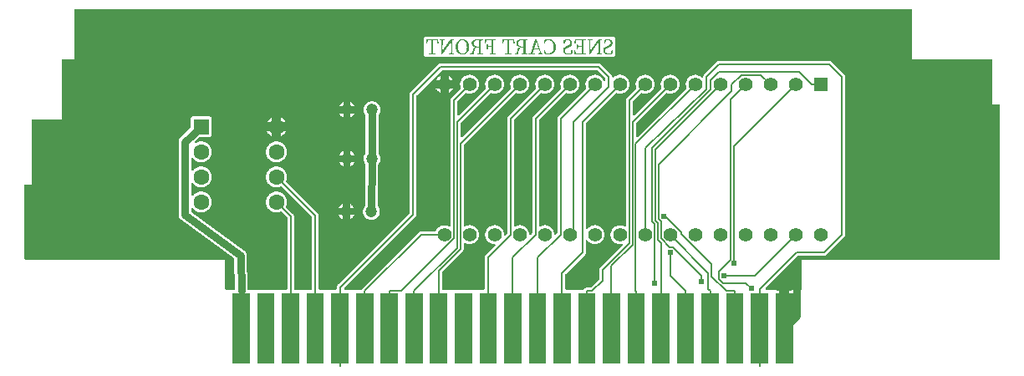
<source format=gbl>
G04 Layer: BottomLayer*
G04 EasyEDA v6.3.22, 2020-04-08T11:48:21--7:00*
G04 247715d04a294634badd8a564075c606,8a10dd2cf1b84b9ab6f9dfecbfc888dd,10*
G04 Gerber Generator version 0.2*
G04 Scale: 100 percent, Rotated: No, Reflected: No *
G04 Dimensions in inches *
G04 leading zeros omitted , absolute positions ,2 integer and 4 decimal *
%FSLAX24Y24*%
%MOIN*%
G90*
G70D02*

%ADD11C,0.030000*%
%ADD12C,0.006299*%
%ADD13C,0.024016*%
%ADD14C,0.024000*%
%ADD15R,0.055000X0.055000*%
%ADD16C,0.055000*%
%ADD17C,0.047000*%
%ADD18R,0.063000X0.063000*%
%ADD19C,0.063000*%

%LPD*%
G36*
G01X23063Y11892D02*
G01X16906Y11892D01*
G01X16894Y11890D01*
G01X16882Y11884D01*
G01X15879Y10881D01*
G01X15871Y10871D01*
G01X15869Y10865D01*
G01X15867Y10853D01*
G01X15867Y6114D01*
G01X15865Y6104D01*
G01X15863Y6093D01*
G01X15861Y6083D01*
G01X15857Y6074D01*
G01X15853Y6064D01*
G01X15848Y6055D01*
G01X15842Y6046D01*
G01X15835Y6038D01*
G01X12990Y3193D01*
G01X12986Y3188D01*
G01X12983Y3182D01*
G01X12980Y3177D01*
G01X12979Y3171D01*
G01X12978Y3164D01*
G01X12979Y3159D01*
G01X12980Y3153D01*
G01X12982Y3148D01*
G01X12988Y3138D01*
G01X12992Y3134D01*
G01X13002Y3128D01*
G01X13007Y3126D01*
G01X13013Y3125D01*
G01X13018Y3124D01*
G01X13654Y3124D01*
G01X13660Y3125D01*
G01X13665Y3126D01*
G01X13671Y3128D01*
G01X13676Y3131D01*
G01X13681Y3135D01*
G01X13685Y3139D01*
G01X13694Y3154D01*
G01X13701Y3163D01*
G01X15963Y5425D01*
G01X15972Y5431D01*
G01X15980Y5437D01*
G01X15989Y5442D01*
G01X15999Y5447D01*
G01X16019Y5453D01*
G01X16029Y5455D01*
G01X16039Y5456D01*
G01X16050Y5457D01*
G01X16612Y5457D01*
G01X16617Y5458D01*
G01X16623Y5460D01*
G01X16628Y5463D01*
G01X16640Y5475D01*
G01X16642Y5480D01*
G01X16650Y5496D01*
G01X16659Y5512D01*
G01X16668Y5527D01*
G01X16678Y5542D01*
G01X16689Y5557D01*
G01X16700Y5570D01*
G01X16712Y5584D01*
G01X16738Y5608D01*
G01X16752Y5620D01*
G01X16766Y5630D01*
G01X16781Y5641D01*
G01X16796Y5650D01*
G01X16828Y5666D01*
G01X16845Y5673D01*
G01X16861Y5680D01*
G01X16879Y5685D01*
G01X16896Y5690D01*
G01X16913Y5693D01*
G01X16949Y5699D01*
G01X16967Y5700D01*
G01X17004Y5700D01*
G01X17023Y5698D01*
G01X17041Y5696D01*
G01X17060Y5693D01*
G01X17079Y5688D01*
G01X17097Y5683D01*
G01X17115Y5677D01*
G01X17133Y5670D01*
G01X17150Y5662D01*
G01X17167Y5653D01*
G01X17173Y5650D01*
G01X17179Y5649D01*
G01X17186Y5648D01*
G01X17192Y5649D01*
G01X17197Y5650D01*
G01X17203Y5652D01*
G01X17208Y5655D01*
G01X17212Y5658D01*
G01X17216Y5662D01*
G01X17220Y5667D01*
G01X17224Y5677D01*
G01X17226Y5683D01*
G01X17226Y10709D01*
G01X17230Y10729D01*
G01X17236Y10749D01*
G01X17240Y10758D01*
G01X17246Y10768D01*
G01X17251Y10776D01*
G01X17265Y10792D01*
G01X17623Y11150D01*
G01X17631Y11160D01*
G01X17633Y11166D01*
G01X17634Y11172D01*
G01X17635Y11179D01*
G01X17634Y11186D01*
G01X17632Y11193D01*
G01X17626Y11211D01*
G01X17621Y11229D01*
G01X17616Y11248D01*
G01X17613Y11267D01*
G01X17609Y11305D01*
G01X17609Y11342D01*
G01X17610Y11359D01*
G01X17612Y11376D01*
G01X17615Y11393D01*
G01X17623Y11427D01*
G01X17628Y11444D01*
G01X17634Y11460D01*
G01X17648Y11492D01*
G01X17656Y11507D01*
G01X17674Y11537D01*
G01X17684Y11551D01*
G01X17695Y11565D01*
G01X17707Y11578D01*
G01X17731Y11602D01*
G01X17744Y11614D01*
G01X17772Y11634D01*
G01X17787Y11644D01*
G01X17802Y11653D01*
G01X17817Y11661D01*
G01X17849Y11675D01*
G01X17865Y11681D01*
G01X17882Y11686D01*
G01X17898Y11690D01*
G01X17915Y11694D01*
G01X17933Y11697D01*
G01X17950Y11699D01*
G01X17967Y11700D01*
G01X18002Y11700D01*
G01X18019Y11699D01*
G01X18036Y11697D01*
G01X18054Y11694D01*
G01X18071Y11690D01*
G01X18087Y11686D01*
G01X18104Y11681D01*
G01X18120Y11675D01*
G01X18152Y11661D01*
G01X18168Y11653D01*
G01X18182Y11644D01*
G01X18197Y11634D01*
G01X18225Y11614D01*
G01X18238Y11602D01*
G01X18262Y11578D01*
G01X18274Y11565D01*
G01X18285Y11551D01*
G01X18295Y11537D01*
G01X18313Y11507D01*
G01X18321Y11492D01*
G01X18329Y11476D01*
G01X18341Y11444D01*
G01X18351Y11410D01*
G01X18357Y11376D01*
G01X18359Y11359D01*
G01X18360Y11342D01*
G01X18361Y11324D01*
G01X18359Y11290D01*
G01X18357Y11272D01*
G01X18351Y11238D01*
G01X18346Y11221D01*
G01X18341Y11205D01*
G01X18335Y11188D01*
G01X18329Y11172D01*
G01X18321Y11157D01*
G01X18313Y11141D01*
G01X18304Y11126D01*
G01X18295Y11112D01*
G01X18285Y11098D01*
G01X18274Y11084D01*
G01X18250Y11058D01*
G01X18238Y11046D01*
G01X18225Y11035D01*
G01X18211Y11024D01*
G01X18197Y11014D01*
G01X18182Y11005D01*
G01X18168Y10996D01*
G01X18136Y10980D01*
G01X18104Y10968D01*
G01X18087Y10963D01*
G01X18071Y10958D01*
G01X18054Y10955D01*
G01X18036Y10952D01*
G01X18019Y10950D01*
G01X17985Y10948D01*
G01X17965Y10949D01*
G01X17946Y10950D01*
G01X17908Y10956D01*
G01X17889Y10961D01*
G01X17871Y10966D01*
G01X17853Y10972D01*
G01X17846Y10974D01*
G01X17839Y10975D01*
G01X17833Y10974D01*
G01X17826Y10973D01*
G01X17821Y10970D01*
G01X17815Y10967D01*
G01X17503Y10655D01*
G01X17495Y10645D01*
G01X17493Y10639D01*
G01X17491Y10627D01*
G01X17491Y10109D01*
G01X17493Y10103D01*
G01X17497Y10093D01*
G01X17509Y10081D01*
G01X17514Y10078D01*
G01X17520Y10076D01*
G01X17525Y10075D01*
G01X17537Y10075D01*
G01X17549Y10079D01*
G01X17555Y10082D01*
G01X18623Y11150D01*
G01X18631Y11160D01*
G01X18633Y11166D01*
G01X18634Y11172D01*
G01X18635Y11179D01*
G01X18634Y11186D01*
G01X18632Y11193D01*
G01X18626Y11211D01*
G01X18621Y11229D01*
G01X18616Y11248D01*
G01X18613Y11267D01*
G01X18609Y11305D01*
G01X18609Y11342D01*
G01X18610Y11359D01*
G01X18612Y11376D01*
G01X18615Y11393D01*
G01X18623Y11427D01*
G01X18628Y11444D01*
G01X18634Y11460D01*
G01X18648Y11492D01*
G01X18656Y11507D01*
G01X18674Y11537D01*
G01X18684Y11551D01*
G01X18695Y11565D01*
G01X18707Y11578D01*
G01X18731Y11602D01*
G01X18744Y11614D01*
G01X18772Y11634D01*
G01X18787Y11644D01*
G01X18802Y11653D01*
G01X18817Y11661D01*
G01X18849Y11675D01*
G01X18865Y11681D01*
G01X18882Y11686D01*
G01X18898Y11690D01*
G01X18915Y11694D01*
G01X18933Y11697D01*
G01X18950Y11699D01*
G01X18967Y11700D01*
G01X19002Y11700D01*
G01X19019Y11699D01*
G01X19036Y11697D01*
G01X19054Y11694D01*
G01X19071Y11690D01*
G01X19087Y11686D01*
G01X19104Y11681D01*
G01X19120Y11675D01*
G01X19152Y11661D01*
G01X19168Y11653D01*
G01X19182Y11644D01*
G01X19197Y11634D01*
G01X19225Y11614D01*
G01X19238Y11602D01*
G01X19262Y11578D01*
G01X19274Y11565D01*
G01X19285Y11551D01*
G01X19295Y11537D01*
G01X19313Y11507D01*
G01X19321Y11492D01*
G01X19329Y11476D01*
G01X19341Y11444D01*
G01X19351Y11410D01*
G01X19357Y11376D01*
G01X19359Y11359D01*
G01X19360Y11342D01*
G01X19361Y11324D01*
G01X19359Y11290D01*
G01X19357Y11272D01*
G01X19351Y11238D01*
G01X19346Y11221D01*
G01X19341Y11205D01*
G01X19335Y11188D01*
G01X19329Y11172D01*
G01X19321Y11157D01*
G01X19313Y11141D01*
G01X19304Y11126D01*
G01X19295Y11112D01*
G01X19285Y11098D01*
G01X19274Y11084D01*
G01X19250Y11058D01*
G01X19238Y11046D01*
G01X19225Y11035D01*
G01X19211Y11024D01*
G01X19197Y11014D01*
G01X19182Y11005D01*
G01X19168Y10996D01*
G01X19136Y10980D01*
G01X19104Y10968D01*
G01X19087Y10963D01*
G01X19071Y10958D01*
G01X19054Y10955D01*
G01X19036Y10952D01*
G01X19019Y10950D01*
G01X18985Y10948D01*
G01X18965Y10949D01*
G01X18946Y10950D01*
G01X18908Y10956D01*
G01X18889Y10961D01*
G01X18871Y10966D01*
G01X18853Y10972D01*
G01X18846Y10974D01*
G01X18839Y10975D01*
G01X18833Y10974D01*
G01X18826Y10973D01*
G01X18821Y10970D01*
G01X18815Y10967D01*
G01X17630Y9782D01*
G01X17622Y9772D01*
G01X17620Y9766D01*
G01X17618Y9754D01*
G01X17618Y9235D01*
G01X17620Y9230D01*
G01X17622Y9224D01*
G01X17624Y9219D01*
G01X17636Y9207D01*
G01X17641Y9204D01*
G01X17647Y9202D01*
G01X17652Y9201D01*
G01X17664Y9201D01*
G01X17676Y9205D01*
G01X17682Y9208D01*
G01X17686Y9213D01*
G01X19623Y11150D01*
G01X19631Y11160D01*
G01X19633Y11166D01*
G01X19634Y11172D01*
G01X19635Y11179D01*
G01X19634Y11186D01*
G01X19632Y11193D01*
G01X19626Y11211D01*
G01X19621Y11229D01*
G01X19616Y11248D01*
G01X19613Y11267D01*
G01X19609Y11305D01*
G01X19609Y11342D01*
G01X19610Y11359D01*
G01X19612Y11376D01*
G01X19615Y11393D01*
G01X19623Y11427D01*
G01X19628Y11444D01*
G01X19634Y11460D01*
G01X19648Y11492D01*
G01X19656Y11507D01*
G01X19674Y11537D01*
G01X19684Y11551D01*
G01X19695Y11565D01*
G01X19707Y11578D01*
G01X19731Y11602D01*
G01X19744Y11614D01*
G01X19772Y11634D01*
G01X19787Y11644D01*
G01X19802Y11653D01*
G01X19817Y11661D01*
G01X19849Y11675D01*
G01X19865Y11681D01*
G01X19882Y11686D01*
G01X19898Y11690D01*
G01X19915Y11694D01*
G01X19933Y11697D01*
G01X19950Y11699D01*
G01X19967Y11700D01*
G01X20002Y11700D01*
G01X20019Y11699D01*
G01X20036Y11697D01*
G01X20054Y11694D01*
G01X20071Y11690D01*
G01X20087Y11686D01*
G01X20104Y11681D01*
G01X20120Y11675D01*
G01X20152Y11661D01*
G01X20168Y11653D01*
G01X20182Y11644D01*
G01X20197Y11634D01*
G01X20225Y11614D01*
G01X20238Y11602D01*
G01X20262Y11578D01*
G01X20274Y11565D01*
G01X20285Y11551D01*
G01X20295Y11537D01*
G01X20313Y11507D01*
G01X20321Y11492D01*
G01X20329Y11476D01*
G01X20341Y11444D01*
G01X20351Y11410D01*
G01X20357Y11376D01*
G01X20359Y11359D01*
G01X20360Y11342D01*
G01X20361Y11324D01*
G01X20359Y11290D01*
G01X20357Y11272D01*
G01X20351Y11238D01*
G01X20346Y11221D01*
G01X20341Y11205D01*
G01X20335Y11188D01*
G01X20329Y11172D01*
G01X20321Y11157D01*
G01X20313Y11141D01*
G01X20304Y11126D01*
G01X20295Y11112D01*
G01X20285Y11098D01*
G01X20274Y11084D01*
G01X20250Y11058D01*
G01X20238Y11046D01*
G01X20225Y11035D01*
G01X20211Y11024D01*
G01X20197Y11014D01*
G01X20182Y11005D01*
G01X20168Y10996D01*
G01X20136Y10980D01*
G01X20104Y10968D01*
G01X20087Y10963D01*
G01X20071Y10958D01*
G01X20054Y10955D01*
G01X20036Y10952D01*
G01X20019Y10950D01*
G01X19985Y10948D01*
G01X19965Y10949D01*
G01X19946Y10950D01*
G01X19908Y10956D01*
G01X19890Y10961D01*
G01X19871Y10966D01*
G01X19853Y10972D01*
G01X19846Y10974D01*
G01X19839Y10975D01*
G01X19827Y10973D01*
G01X19815Y10967D01*
G01X19811Y10963D01*
G01X17758Y8909D01*
G01X17750Y8899D01*
G01X17748Y8893D01*
G01X17746Y8881D01*
G01X17746Y5684D01*
G01X17748Y5679D01*
G01X17750Y5673D01*
G01X17752Y5668D01*
G01X17764Y5656D01*
G01X17769Y5653D01*
G01X17775Y5652D01*
G01X17780Y5650D01*
G01X17793Y5650D01*
G01X17799Y5652D01*
G01X17805Y5655D01*
G01X17839Y5671D01*
G01X17856Y5678D01*
G01X17874Y5684D01*
G01X17892Y5689D01*
G01X17910Y5693D01*
G01X17929Y5696D01*
G01X17947Y5698D01*
G01X17966Y5700D01*
G01X18002Y5700D01*
G01X18019Y5699D01*
G01X18036Y5697D01*
G01X18054Y5694D01*
G01X18071Y5690D01*
G01X18087Y5686D01*
G01X18104Y5681D01*
G01X18120Y5675D01*
G01X18152Y5661D01*
G01X18168Y5653D01*
G01X18182Y5644D01*
G01X18197Y5634D01*
G01X18225Y5614D01*
G01X18238Y5602D01*
G01X18262Y5578D01*
G01X18274Y5565D01*
G01X18285Y5551D01*
G01X18295Y5537D01*
G01X18313Y5507D01*
G01X18321Y5492D01*
G01X18329Y5476D01*
G01X18341Y5444D01*
G01X18351Y5410D01*
G01X18357Y5376D01*
G01X18359Y5359D01*
G01X18360Y5342D01*
G01X18361Y5324D01*
G01X18359Y5290D01*
G01X18357Y5272D01*
G01X18351Y5238D01*
G01X18346Y5221D01*
G01X18341Y5205D01*
G01X18335Y5188D01*
G01X18329Y5172D01*
G01X18321Y5157D01*
G01X18313Y5141D01*
G01X18304Y5126D01*
G01X18295Y5112D01*
G01X18285Y5098D01*
G01X18274Y5084D01*
G01X18250Y5058D01*
G01X18238Y5046D01*
G01X18225Y5035D01*
G01X18211Y5024D01*
G01X18197Y5014D01*
G01X18182Y5005D01*
G01X18168Y4996D01*
G01X18136Y4980D01*
G01X18104Y4968D01*
G01X18087Y4963D01*
G01X18071Y4958D01*
G01X18054Y4955D01*
G01X18036Y4952D01*
G01X18019Y4950D01*
G01X17985Y4948D01*
G01X17947Y4950D01*
G01X17929Y4952D01*
G01X17910Y4956D01*
G01X17892Y4960D01*
G01X17874Y4965D01*
G01X17856Y4971D01*
G01X17822Y4985D01*
G01X17805Y4994D01*
G01X17799Y4997D01*
G01X17793Y4998D01*
G01X17786Y4999D01*
G01X17780Y4998D01*
G01X17775Y4997D01*
G01X17769Y4995D01*
G01X17764Y4992D01*
G01X17760Y4989D01*
G01X17756Y4985D01*
G01X17752Y4980D01*
G01X17748Y4970D01*
G01X17746Y4964D01*
G01X17746Y4729D01*
G01X17744Y4719D01*
G01X17742Y4708D01*
G01X17740Y4698D01*
G01X17736Y4689D01*
G01X17732Y4679D01*
G01X17727Y4670D01*
G01X17721Y4661D01*
G01X17714Y4653D01*
G01X17707Y4646D01*
G01X16900Y3838D01*
G01X16892Y3828D01*
G01X16890Y3822D01*
G01X16888Y3810D01*
G01X16888Y3159D01*
G01X16890Y3153D01*
G01X16894Y3143D01*
G01X16898Y3138D01*
G01X16902Y3134D01*
G01X16906Y3131D01*
G01X16911Y3128D01*
G01X16917Y3126D01*
G01X16922Y3125D01*
G01X16928Y3124D01*
G01X18551Y3124D01*
G01X18557Y3125D01*
G01X18562Y3126D01*
G01X18568Y3128D01*
G01X18573Y3131D01*
G01X18577Y3134D01*
G01X18581Y3138D01*
G01X18585Y3143D01*
G01X18589Y3153D01*
G01X18591Y3159D01*
G01X18591Y4420D01*
G01X18595Y4440D01*
G01X18601Y4460D01*
G01X18605Y4469D01*
G01X18611Y4479D01*
G01X18616Y4487D01*
G01X18630Y4503D01*
G01X19007Y4880D01*
G01X19011Y4885D01*
G01X19014Y4890D01*
G01X19017Y4896D01*
G01X19019Y4908D01*
G01X19017Y4920D01*
G01X19015Y4925D01*
G01X19012Y4930D01*
G01X19009Y4934D01*
G01X19001Y4942D01*
G01X18996Y4945D01*
G01X18990Y4947D01*
G01X18985Y4948D01*
G01X18979Y4948D01*
G01X18961Y4949D01*
G01X18944Y4951D01*
G01X18926Y4953D01*
G01X18909Y4956D01*
G01X18892Y4960D01*
G01X18874Y4965D01*
G01X18858Y4970D01*
G01X18841Y4977D01*
G01X18825Y4984D01*
G01X18793Y5000D01*
G01X18778Y5010D01*
G01X18764Y5020D01*
G01X18736Y5042D01*
G01X18723Y5054D01*
G01X18699Y5080D01*
G01X18677Y5108D01*
G01X18667Y5123D01*
G01X18658Y5138D01*
G01X18650Y5153D01*
G01X18642Y5169D01*
G01X18635Y5186D01*
G01X18629Y5202D01*
G01X18623Y5219D01*
G01X18619Y5236D01*
G01X18615Y5254D01*
G01X18612Y5271D01*
G01X18610Y5289D01*
G01X18609Y5307D01*
G01X18609Y5342D01*
G01X18610Y5359D01*
G01X18612Y5376D01*
G01X18615Y5393D01*
G01X18623Y5427D01*
G01X18628Y5444D01*
G01X18634Y5460D01*
G01X18648Y5492D01*
G01X18656Y5507D01*
G01X18674Y5537D01*
G01X18684Y5551D01*
G01X18695Y5565D01*
G01X18707Y5578D01*
G01X18731Y5602D01*
G01X18744Y5614D01*
G01X18772Y5634D01*
G01X18787Y5644D01*
G01X18802Y5653D01*
G01X18817Y5661D01*
G01X18849Y5675D01*
G01X18865Y5681D01*
G01X18882Y5686D01*
G01X18898Y5690D01*
G01X18915Y5694D01*
G01X18933Y5697D01*
G01X18950Y5699D01*
G01X18967Y5700D01*
G01X19002Y5700D01*
G01X19020Y5699D01*
G01X19038Y5697D01*
G01X19055Y5694D01*
G01X19072Y5690D01*
G01X19090Y5685D01*
G01X19106Y5680D01*
G01X19123Y5674D01*
G01X19139Y5667D01*
G01X19171Y5651D01*
G01X19186Y5642D01*
G01X19201Y5632D01*
G01X19229Y5610D01*
G01X19255Y5586D01*
G01X19267Y5573D01*
G01X19289Y5545D01*
G01X19299Y5530D01*
G01X19317Y5500D01*
G01X19325Y5484D01*
G01X19332Y5468D01*
G01X19344Y5434D01*
G01X19349Y5417D01*
G01X19353Y5400D01*
G01X19356Y5383D01*
G01X19360Y5347D01*
G01X19361Y5330D01*
G01X19361Y5324D01*
G01X19362Y5318D01*
G01X19364Y5313D01*
G01X19367Y5308D01*
G01X19370Y5304D01*
G01X19374Y5300D01*
G01X19379Y5296D01*
G01X19389Y5292D01*
G01X19395Y5291D01*
G01X19400Y5290D01*
G01X19407Y5291D01*
G01X19413Y5292D01*
G01X19419Y5295D01*
G01X19424Y5298D01*
G01X19429Y5302D01*
G01X19470Y5343D01*
G01X19474Y5348D01*
G01X19478Y5354D01*
G01X19480Y5359D01*
G01X19482Y5365D01*
G01X19482Y9964D01*
G01X19486Y9984D01*
G01X19492Y10004D01*
G01X19496Y10013D01*
G01X19502Y10022D01*
G01X19507Y10031D01*
G01X19521Y10047D01*
G01X20623Y11150D01*
G01X20631Y11160D01*
G01X20633Y11166D01*
G01X20635Y11178D01*
G01X20634Y11186D01*
G01X20632Y11192D01*
G01X20626Y11211D01*
G01X20621Y11229D01*
G01X20616Y11248D01*
G01X20613Y11267D01*
G01X20609Y11305D01*
G01X20609Y11342D01*
G01X20610Y11359D01*
G01X20612Y11376D01*
G01X20615Y11393D01*
G01X20623Y11427D01*
G01X20628Y11444D01*
G01X20634Y11460D01*
G01X20648Y11492D01*
G01X20656Y11507D01*
G01X20674Y11537D01*
G01X20684Y11551D01*
G01X20695Y11565D01*
G01X20707Y11578D01*
G01X20731Y11602D01*
G01X20744Y11614D01*
G01X20772Y11634D01*
G01X20787Y11644D01*
G01X20802Y11653D01*
G01X20817Y11661D01*
G01X20849Y11675D01*
G01X20865Y11681D01*
G01X20882Y11686D01*
G01X20898Y11690D01*
G01X20915Y11694D01*
G01X20933Y11697D01*
G01X20950Y11699D01*
G01X20967Y11700D01*
G01X21002Y11700D01*
G01X21019Y11699D01*
G01X21036Y11697D01*
G01X21054Y11694D01*
G01X21071Y11690D01*
G01X21087Y11686D01*
G01X21104Y11681D01*
G01X21120Y11675D01*
G01X21152Y11661D01*
G01X21168Y11653D01*
G01X21182Y11644D01*
G01X21197Y11634D01*
G01X21225Y11614D01*
G01X21238Y11602D01*
G01X21262Y11578D01*
G01X21274Y11565D01*
G01X21285Y11551D01*
G01X21295Y11537D01*
G01X21313Y11507D01*
G01X21321Y11492D01*
G01X21329Y11476D01*
G01X21341Y11444D01*
G01X21351Y11410D01*
G01X21357Y11376D01*
G01X21359Y11359D01*
G01X21360Y11342D01*
G01X21361Y11324D01*
G01X21359Y11290D01*
G01X21357Y11272D01*
G01X21351Y11238D01*
G01X21346Y11221D01*
G01X21341Y11205D01*
G01X21335Y11188D01*
G01X21329Y11172D01*
G01X21321Y11157D01*
G01X21313Y11141D01*
G01X21304Y11126D01*
G01X21295Y11112D01*
G01X21285Y11098D01*
G01X21274Y11084D01*
G01X21250Y11058D01*
G01X21238Y11046D01*
G01X21225Y11035D01*
G01X21211Y11024D01*
G01X21197Y11014D01*
G01X21182Y11005D01*
G01X21168Y10996D01*
G01X21136Y10980D01*
G01X21104Y10968D01*
G01X21087Y10963D01*
G01X21071Y10958D01*
G01X21054Y10955D01*
G01X21036Y10952D01*
G01X21019Y10950D01*
G01X20985Y10948D01*
G01X20965Y10949D01*
G01X20946Y10950D01*
G01X20908Y10956D01*
G01X20890Y10960D01*
G01X20871Y10966D01*
G01X20853Y10972D01*
G01X20846Y10974D01*
G01X20839Y10975D01*
G01X20827Y10973D01*
G01X20815Y10967D01*
G01X20811Y10963D01*
G01X19759Y9910D01*
G01X19751Y9900D01*
G01X19749Y9894D01*
G01X19747Y9882D01*
G01X19747Y5685D01*
G01X19749Y5679D01*
G01X19753Y5669D01*
G01X19757Y5664D01*
G01X19761Y5660D01*
G01X19765Y5657D01*
G01X19770Y5654D01*
G01X19776Y5652D01*
G01X19781Y5651D01*
G01X19787Y5650D01*
G01X19794Y5651D01*
G01X19806Y5655D01*
G01X19823Y5664D01*
G01X19857Y5678D01*
G01X19875Y5684D01*
G01X19892Y5689D01*
G01X19911Y5693D01*
G01X19929Y5696D01*
G01X19947Y5698D01*
G01X19966Y5700D01*
G01X20002Y5700D01*
G01X20020Y5699D01*
G01X20038Y5696D01*
G01X20056Y5694D01*
G01X20073Y5690D01*
G01X20107Y5680D01*
G01X20141Y5666D01*
G01X20157Y5659D01*
G01X20172Y5650D01*
G01X20188Y5641D01*
G01X20202Y5631D01*
G01X20217Y5620D01*
G01X20231Y5609D01*
G01X20244Y5597D01*
G01X20268Y5571D01*
G01X20280Y5557D01*
G01X20291Y5543D01*
G01X20301Y5528D01*
G01X20310Y5513D01*
G01X20319Y5497D01*
G01X20333Y5465D01*
G01X20340Y5448D01*
G01X20350Y5414D01*
G01X20354Y5396D01*
G01X20357Y5378D01*
G01X20359Y5361D01*
G01X20360Y5343D01*
G01X20361Y5337D01*
G01X20365Y5325D01*
G01X20368Y5320D01*
G01X20372Y5316D01*
G01X20377Y5312D01*
G01X20382Y5309D01*
G01X20394Y5305D01*
G01X20406Y5305D01*
G01X20418Y5309D01*
G01X20424Y5312D01*
G01X20428Y5317D01*
G01X20474Y5363D01*
G01X20478Y5369D01*
G01X20480Y5374D01*
G01X20482Y5381D01*
G01X20482Y9964D01*
G01X20486Y9984D01*
G01X20492Y10004D01*
G01X20496Y10013D01*
G01X20502Y10022D01*
G01X20507Y10031D01*
G01X20521Y10047D01*
G01X21623Y11150D01*
G01X21631Y11160D01*
G01X21633Y11166D01*
G01X21635Y11178D01*
G01X21634Y11186D01*
G01X21632Y11192D01*
G01X21626Y11211D01*
G01X21621Y11229D01*
G01X21616Y11248D01*
G01X21613Y11267D01*
G01X21609Y11305D01*
G01X21609Y11342D01*
G01X21610Y11359D01*
G01X21612Y11376D01*
G01X21615Y11393D01*
G01X21623Y11427D01*
G01X21628Y11444D01*
G01X21634Y11460D01*
G01X21648Y11492D01*
G01X21656Y11507D01*
G01X21674Y11537D01*
G01X21684Y11551D01*
G01X21695Y11565D01*
G01X21707Y11578D01*
G01X21731Y11602D01*
G01X21744Y11614D01*
G01X21772Y11634D01*
G01X21787Y11644D01*
G01X21802Y11653D01*
G01X21817Y11661D01*
G01X21849Y11675D01*
G01X21865Y11681D01*
G01X21882Y11686D01*
G01X21898Y11690D01*
G01X21915Y11694D01*
G01X21933Y11697D01*
G01X21950Y11699D01*
G01X21967Y11700D01*
G01X22002Y11700D01*
G01X22019Y11699D01*
G01X22036Y11697D01*
G01X22054Y11694D01*
G01X22071Y11690D01*
G01X22087Y11686D01*
G01X22104Y11681D01*
G01X22120Y11675D01*
G01X22152Y11661D01*
G01X22168Y11653D01*
G01X22182Y11644D01*
G01X22197Y11634D01*
G01X22225Y11614D01*
G01X22238Y11602D01*
G01X22262Y11578D01*
G01X22274Y11565D01*
G01X22285Y11551D01*
G01X22295Y11537D01*
G01X22313Y11507D01*
G01X22321Y11492D01*
G01X22329Y11476D01*
G01X22341Y11444D01*
G01X22351Y11410D01*
G01X22357Y11376D01*
G01X22359Y11359D01*
G01X22360Y11342D01*
G01X22361Y11324D01*
G01X22359Y11290D01*
G01X22357Y11272D01*
G01X22351Y11238D01*
G01X22346Y11221D01*
G01X22341Y11205D01*
G01X22335Y11188D01*
G01X22329Y11172D01*
G01X22321Y11157D01*
G01X22313Y11141D01*
G01X22304Y11126D01*
G01X22295Y11112D01*
G01X22285Y11098D01*
G01X22274Y11084D01*
G01X22250Y11058D01*
G01X22238Y11046D01*
G01X22225Y11035D01*
G01X22211Y11024D01*
G01X22197Y11014D01*
G01X22182Y11005D01*
G01X22168Y10996D01*
G01X22136Y10980D01*
G01X22104Y10968D01*
G01X22087Y10963D01*
G01X22071Y10958D01*
G01X22054Y10955D01*
G01X22036Y10952D01*
G01X22019Y10950D01*
G01X21985Y10948D01*
G01X21965Y10949D01*
G01X21946Y10950D01*
G01X21908Y10956D01*
G01X21890Y10960D01*
G01X21871Y10966D01*
G01X21853Y10972D01*
G01X21846Y10974D01*
G01X21839Y10975D01*
G01X21827Y10973D01*
G01X21815Y10967D01*
G01X21811Y10963D01*
G01X20759Y9910D01*
G01X20751Y9900D01*
G01X20749Y9894D01*
G01X20747Y9882D01*
G01X20747Y5685D01*
G01X20749Y5679D01*
G01X20753Y5669D01*
G01X20757Y5664D01*
G01X20761Y5660D01*
G01X20765Y5657D01*
G01X20770Y5654D01*
G01X20776Y5652D01*
G01X20781Y5651D01*
G01X20787Y5650D01*
G01X20794Y5651D01*
G01X20806Y5655D01*
G01X20823Y5664D01*
G01X20857Y5678D01*
G01X20875Y5684D01*
G01X20892Y5689D01*
G01X20911Y5693D01*
G01X20929Y5696D01*
G01X20947Y5698D01*
G01X20966Y5700D01*
G01X21002Y5700D01*
G01X21019Y5699D01*
G01X21037Y5697D01*
G01X21054Y5694D01*
G01X21088Y5686D01*
G01X21105Y5681D01*
G01X21121Y5675D01*
G01X21153Y5661D01*
G01X21198Y5634D01*
G01X21212Y5624D01*
G01X21226Y5613D01*
G01X21239Y5601D01*
G01X21251Y5589D01*
G01X21275Y5563D01*
G01X21286Y5550D01*
G01X21296Y5535D01*
G01X21305Y5521D01*
G01X21314Y5506D01*
G01X21322Y5490D01*
G01X21336Y5458D01*
G01X21342Y5442D01*
G01X21347Y5425D01*
G01X21355Y5391D01*
G01X21357Y5374D01*
G01X21359Y5356D01*
G01X21360Y5350D01*
G01X21362Y5345D01*
G01X21365Y5339D01*
G01X21368Y5335D01*
G01X21372Y5330D01*
G01X21387Y5321D01*
G01X21393Y5320D01*
G01X21405Y5320D01*
G01X21417Y5324D01*
G01X21423Y5327D01*
G01X21470Y5374D01*
G01X21474Y5379D01*
G01X21478Y5385D01*
G01X21480Y5390D01*
G01X21482Y5396D01*
G01X21482Y9964D01*
G01X21486Y9984D01*
G01X21492Y10004D01*
G01X21496Y10013D01*
G01X21502Y10022D01*
G01X21507Y10031D01*
G01X21521Y10047D01*
G01X22623Y11150D01*
G01X22631Y11160D01*
G01X22633Y11166D01*
G01X22635Y11178D01*
G01X22634Y11186D01*
G01X22632Y11192D01*
G01X22626Y11211D01*
G01X22621Y11229D01*
G01X22616Y11248D01*
G01X22613Y11267D01*
G01X22609Y11305D01*
G01X22609Y11342D01*
G01X22610Y11359D01*
G01X22612Y11376D01*
G01X22615Y11393D01*
G01X22623Y11427D01*
G01X22628Y11444D01*
G01X22634Y11460D01*
G01X22648Y11492D01*
G01X22656Y11507D01*
G01X22674Y11537D01*
G01X22684Y11551D01*
G01X22695Y11565D01*
G01X22707Y11578D01*
G01X22731Y11602D01*
G01X22744Y11614D01*
G01X22772Y11634D01*
G01X22787Y11644D01*
G01X22802Y11653D01*
G01X22817Y11661D01*
G01X22849Y11675D01*
G01X22865Y11681D01*
G01X22882Y11686D01*
G01X22898Y11690D01*
G01X22915Y11694D01*
G01X22933Y11697D01*
G01X22950Y11699D01*
G01X22967Y11700D01*
G01X23002Y11700D01*
G01X23020Y11699D01*
G01X23038Y11697D01*
G01X23055Y11694D01*
G01X23073Y11690D01*
G01X23107Y11680D01*
G01X23124Y11674D01*
G01X23140Y11667D01*
G01X23156Y11659D01*
G01X23172Y11650D01*
G01X23187Y11641D01*
G01X23202Y11631D01*
G01X23216Y11621D01*
G01X23230Y11609D01*
G01X23256Y11585D01*
G01X23268Y11572D01*
G01X23290Y11544D01*
G01X23300Y11529D01*
G01X23309Y11514D01*
G01X23318Y11498D01*
G01X23326Y11482D01*
G01X23328Y11477D01*
G01X23336Y11469D01*
G01X23341Y11465D01*
G01X23345Y11463D01*
G01X23351Y11461D01*
G01X23356Y11459D01*
G01X23368Y11459D01*
G01X23373Y11461D01*
G01X23379Y11463D01*
G01X23384Y11465D01*
G01X23396Y11477D01*
G01X23398Y11482D01*
G01X23400Y11488D01*
G01X23402Y11493D01*
G01X23402Y11559D01*
G01X23398Y11571D01*
G01X23390Y11581D01*
G01X23087Y11884D01*
G01X23075Y11890D01*
G01X23063Y11892D01*
G37*

%LPC*%
G36*
G01X16822Y11162D02*
G01X16645Y11162D01*
G01X16663Y11130D01*
G01X16673Y11114D01*
G01X16683Y11100D01*
G01X16694Y11085D01*
G01X16706Y11072D01*
G01X16719Y11058D01*
G01X16732Y11046D01*
G01X16746Y11034D01*
G01X16760Y11023D01*
G01X16775Y11012D01*
G01X16790Y11003D01*
G01X16806Y10993D01*
G01X16822Y10985D01*
G01X16822Y11162D01*
G37*
G36*
G01X17324Y11162D02*
G01X17147Y11162D01*
G01X17147Y10985D01*
G01X17163Y10993D01*
G01X17179Y11003D01*
G01X17194Y11012D01*
G01X17209Y11023D01*
G01X17223Y11034D01*
G01X17237Y11046D01*
G01X17250Y11058D01*
G01X17263Y11072D01*
G01X17275Y11085D01*
G01X17286Y11100D01*
G01X17297Y11114D01*
G01X17324Y11162D01*
G37*
G36*
G01X17163Y11655D02*
G01X17147Y11663D01*
G01X17147Y11487D01*
G01X17324Y11487D01*
G01X17306Y11519D01*
G01X17297Y11534D01*
G01X17286Y11549D01*
G01X17275Y11563D01*
G01X17263Y11577D01*
G01X17237Y11603D01*
G01X17223Y11615D01*
G01X17209Y11626D01*
G01X17179Y11646D01*
G01X17163Y11655D01*
G37*
G36*
G01X16822Y11487D02*
G01X16822Y11663D01*
G01X16806Y11655D01*
G01X16790Y11646D01*
G01X16760Y11626D01*
G01X16746Y11615D01*
G01X16732Y11603D01*
G01X16706Y11577D01*
G01X16694Y11563D01*
G01X16683Y11549D01*
G01X16663Y11519D01*
G01X16645Y11487D01*
G01X16822Y11487D01*
G37*

%LPD*%
G36*
G01X35600Y14324D02*
G01X2269Y14324D01*
G01X2263Y14323D01*
G01X2258Y14321D01*
G01X2248Y14315D01*
G01X2244Y14310D01*
G01X2241Y14306D01*
G01X2238Y14301D01*
G01X2236Y14296D01*
G01X2235Y14290D01*
G01X2235Y12324D01*
G01X1769Y12324D01*
G01X1763Y12323D01*
G01X1758Y12321D01*
G01X1748Y12315D01*
G01X1744Y12310D01*
G01X1741Y12306D01*
G01X1738Y12301D01*
G01X1736Y12296D01*
G01X1735Y12290D01*
G01X1735Y9924D01*
G01X569Y9924D01*
G01X563Y9923D01*
G01X558Y9921D01*
G01X548Y9915D01*
G01X544Y9910D01*
G01X541Y9906D01*
G01X538Y9901D01*
G01X536Y9896D01*
G01X535Y9890D01*
G01X535Y7324D01*
G01X269Y7324D01*
G01X263Y7323D01*
G01X258Y7321D01*
G01X248Y7315D01*
G01X244Y7310D01*
G01X241Y7306D01*
G01X238Y7301D01*
G01X236Y7296D01*
G01X235Y7290D01*
G01X235Y4359D01*
G01X236Y4353D01*
G01X238Y4348D01*
G01X244Y4338D01*
G01X248Y4334D01*
G01X258Y4328D01*
G01X263Y4326D01*
G01X275Y4324D01*
G01X8235Y4324D01*
G01X8235Y3159D01*
G01X8236Y3153D01*
G01X8238Y3148D01*
G01X8244Y3138D01*
G01X8248Y3134D01*
G01X8258Y3128D01*
G01X8263Y3126D01*
G01X8275Y3124D01*
G01X8589Y3124D01*
G01X8595Y3125D01*
G01X8600Y3126D01*
G01X8605Y3128D01*
G01X8615Y3134D01*
G01X8619Y3138D01*
G01X8625Y3148D01*
G01X8627Y3153D01*
G01X8628Y3159D01*
G01X8629Y3164D01*
G01X8629Y3165D01*
G01X8606Y4345D01*
G01X8606Y4351D01*
G01X8602Y4363D01*
G01X8599Y4368D01*
G01X8595Y4372D01*
G01X8590Y4376D01*
G01X6487Y5905D01*
G01X6475Y5914D01*
G01X6464Y5924D01*
G01X6454Y5934D01*
G01X6444Y5945D01*
G01X6434Y5957D01*
G01X6418Y5981D01*
G01X6411Y5994D01*
G01X6405Y6008D01*
G01X6399Y6021D01*
G01X6394Y6035D01*
G01X6390Y6050D01*
G01X6387Y6064D01*
G01X6385Y6079D01*
G01X6384Y6094D01*
G01X6384Y9039D01*
G01X6385Y9054D01*
G01X6387Y9068D01*
G01X6390Y9083D01*
G01X6394Y9097D01*
G01X6399Y9111D01*
G01X6405Y9125D01*
G01X6411Y9138D01*
G01X6418Y9151D01*
G01X6426Y9164D01*
G01X6434Y9176D01*
G01X6464Y9209D01*
G01X6856Y9570D01*
G01X6864Y9580D01*
G01X6866Y9586D01*
G01X6868Y9593D01*
G01X6869Y9599D01*
G01X6869Y9949D01*
G01X6870Y9958D01*
G01X6872Y9967D01*
G01X6875Y9976D01*
G01X6879Y9984D01*
G01X6889Y10000D01*
G01X6901Y10014D01*
G01X6909Y10020D01*
G01X6916Y10025D01*
G01X6925Y10030D01*
G01X6933Y10033D01*
G01X6951Y10039D01*
G01X6960Y10040D01*
G01X7609Y10040D01*
G01X7618Y10039D01*
G01X7645Y10030D01*
G01X7653Y10025D01*
G01X7660Y10020D01*
G01X7668Y10014D01*
G01X7680Y10000D01*
G01X7690Y9984D01*
G01X7694Y9976D01*
G01X7697Y9967D01*
G01X7699Y9958D01*
G01X7700Y9949D01*
G01X7701Y9939D01*
G01X7701Y9309D01*
G01X7699Y9291D01*
G01X7697Y9282D01*
G01X7694Y9273D01*
G01X7690Y9264D01*
G01X7680Y9248D01*
G01X7674Y9241D01*
G01X7668Y9235D01*
G01X7660Y9229D01*
G01X7653Y9223D01*
G01X7645Y9219D01*
G01X7636Y9215D01*
G01X7627Y9212D01*
G01X7618Y9210D01*
G01X7600Y9208D01*
G01X7214Y9208D01*
G01X7208Y9207D01*
G01X7202Y9204D01*
G01X7192Y9198D01*
G01X7033Y9051D01*
G01X7029Y9046D01*
G01X7025Y9040D01*
G01X7021Y9028D01*
G01X7020Y9021D01*
G01X7021Y9016D01*
G01X7022Y9010D01*
G01X7024Y9005D01*
G01X7030Y8995D01*
G01X7034Y8991D01*
G01X7044Y8985D01*
G01X7049Y8983D01*
G01X7055Y8982D01*
G01X7060Y8981D01*
G01X7067Y8982D01*
G01X7074Y8984D01*
G01X7080Y8987D01*
G01X7097Y8996D01*
G01X7133Y9012D01*
G01X7151Y9018D01*
G01X7170Y9024D01*
G01X7188Y9029D01*
G01X7207Y9033D01*
G01X7226Y9036D01*
G01X7246Y9038D01*
G01X7265Y9040D01*
G01X7303Y9040D01*
G01X7322Y9039D01*
G01X7340Y9037D01*
G01X7359Y9034D01*
G01X7377Y9030D01*
G01X7413Y9020D01*
G01X7431Y9014D01*
G01X7448Y9007D01*
G01X7482Y8991D01*
G01X7514Y8971D01*
G01X7529Y8961D01*
G01X7544Y8950D01*
G01X7558Y8938D01*
G01X7572Y8925D01*
G01X7585Y8912D01*
G01X7598Y8898D01*
G01X7610Y8884D01*
G01X7621Y8869D01*
G01X7632Y8853D01*
G01X7642Y8838D01*
G01X7651Y8821D01*
G01X7659Y8805D01*
G01X7667Y8788D01*
G01X7674Y8770D01*
G01X7680Y8753D01*
G01X7686Y8735D01*
G01X7694Y8699D01*
G01X7697Y8680D01*
G01X7699Y8662D01*
G01X7701Y8624D01*
G01X7700Y8606D01*
G01X7699Y8587D01*
G01X7697Y8568D01*
G01X7694Y8550D01*
G01X7686Y8514D01*
G01X7674Y8478D01*
G01X7667Y8461D01*
G01X7651Y8427D01*
G01X7642Y8411D01*
G01X7632Y8395D01*
G01X7610Y8365D01*
G01X7598Y8351D01*
G01X7585Y8337D01*
G01X7572Y8324D01*
G01X7558Y8311D01*
G01X7544Y8299D01*
G01X7514Y8277D01*
G01X7498Y8267D01*
G01X7482Y8258D01*
G01X7465Y8249D01*
G01X7431Y8235D01*
G01X7395Y8223D01*
G01X7359Y8215D01*
G01X7340Y8212D01*
G01X7322Y8210D01*
G01X7303Y8209D01*
G01X7285Y8208D01*
G01X7247Y8210D01*
G01X7228Y8212D01*
G01X7210Y8215D01*
G01X7191Y8219D01*
G01X7155Y8229D01*
G01X7137Y8235D01*
G01X7120Y8242D01*
G01X7102Y8250D01*
G01X7086Y8259D01*
G01X7069Y8268D01*
G01X7053Y8278D01*
G01X7038Y8289D01*
G01X7023Y8301D01*
G01X7009Y8313D01*
G01X6995Y8326D01*
G01X6982Y8339D01*
G01X6969Y8353D01*
G01X6957Y8368D01*
G01X6953Y8372D01*
G01X6948Y8376D01*
G01X6943Y8379D01*
G01X6937Y8381D01*
G01X6932Y8383D01*
G01X6920Y8383D01*
G01X6914Y8382D01*
G01X6909Y8380D01*
G01X6904Y8377D01*
G01X6899Y8373D01*
G01X6895Y8369D01*
G01X6892Y8365D01*
G01X6889Y8360D01*
G01X6887Y8354D01*
G01X6886Y8349D01*
G01X6886Y7900D01*
G01X6887Y7894D01*
G01X6889Y7889D01*
G01X6895Y7879D01*
G01X6899Y7875D01*
G01X6909Y7869D01*
G01X6914Y7867D01*
G01X6926Y7865D01*
G01X6932Y7866D01*
G01X6937Y7867D01*
G01X6943Y7870D01*
G01X6953Y7876D01*
G01X6957Y7881D01*
G01X6969Y7895D01*
G01X6995Y7923D01*
G01X7009Y7936D01*
G01X7023Y7948D01*
G01X7053Y7970D01*
G01X7069Y7980D01*
G01X7086Y7990D01*
G01X7102Y7998D01*
G01X7120Y8006D01*
G01X7137Y8013D01*
G01X7155Y8020D01*
G01X7191Y8030D01*
G01X7210Y8033D01*
G01X7228Y8036D01*
G01X7247Y8039D01*
G01X7266Y8040D01*
G01X7303Y8040D01*
G01X7322Y8039D01*
G01X7340Y8037D01*
G01X7359Y8034D01*
G01X7377Y8030D01*
G01X7413Y8020D01*
G01X7431Y8014D01*
G01X7448Y8007D01*
G01X7482Y7991D01*
G01X7514Y7971D01*
G01X7529Y7961D01*
G01X7544Y7950D01*
G01X7558Y7938D01*
G01X7572Y7925D01*
G01X7585Y7912D01*
G01X7598Y7898D01*
G01X7610Y7884D01*
G01X7621Y7869D01*
G01X7632Y7853D01*
G01X7642Y7838D01*
G01X7651Y7821D01*
G01X7659Y7805D01*
G01X7667Y7788D01*
G01X7674Y7770D01*
G01X7680Y7753D01*
G01X7686Y7735D01*
G01X7694Y7699D01*
G01X7697Y7680D01*
G01X7699Y7662D01*
G01X7701Y7624D01*
G01X7700Y7606D01*
G01X7699Y7587D01*
G01X7697Y7568D01*
G01X7694Y7550D01*
G01X7686Y7514D01*
G01X7674Y7478D01*
G01X7667Y7461D01*
G01X7651Y7427D01*
G01X7642Y7411D01*
G01X7632Y7395D01*
G01X7610Y7365D01*
G01X7598Y7351D01*
G01X7585Y7337D01*
G01X7572Y7324D01*
G01X7558Y7311D01*
G01X7544Y7299D01*
G01X7514Y7277D01*
G01X7498Y7267D01*
G01X7482Y7258D01*
G01X7465Y7249D01*
G01X7431Y7235D01*
G01X7395Y7223D01*
G01X7359Y7215D01*
G01X7340Y7212D01*
G01X7322Y7210D01*
G01X7303Y7209D01*
G01X7285Y7208D01*
G01X7247Y7210D01*
G01X7228Y7212D01*
G01X7210Y7215D01*
G01X7191Y7219D01*
G01X7155Y7229D01*
G01X7137Y7235D01*
G01X7120Y7242D01*
G01X7102Y7250D01*
G01X7086Y7259D01*
G01X7069Y7268D01*
G01X7053Y7278D01*
G01X7038Y7289D01*
G01X7023Y7301D01*
G01X7009Y7313D01*
G01X6995Y7326D01*
G01X6982Y7339D01*
G01X6969Y7353D01*
G01X6957Y7368D01*
G01X6953Y7372D01*
G01X6948Y7376D01*
G01X6943Y7379D01*
G01X6937Y7381D01*
G01X6932Y7383D01*
G01X6920Y7383D01*
G01X6914Y7382D01*
G01X6909Y7380D01*
G01X6904Y7377D01*
G01X6899Y7373D01*
G01X6895Y7369D01*
G01X6892Y7365D01*
G01X6889Y7360D01*
G01X6887Y7354D01*
G01X6886Y7349D01*
G01X6886Y6900D01*
G01X6887Y6894D01*
G01X6889Y6889D01*
G01X6895Y6879D01*
G01X6899Y6875D01*
G01X6909Y6869D01*
G01X6914Y6867D01*
G01X6926Y6865D01*
G01X6932Y6866D01*
G01X6937Y6867D01*
G01X6943Y6870D01*
G01X6953Y6876D01*
G01X6957Y6881D01*
G01X6969Y6895D01*
G01X6995Y6923D01*
G01X7009Y6936D01*
G01X7023Y6948D01*
G01X7053Y6970D01*
G01X7069Y6980D01*
G01X7086Y6990D01*
G01X7102Y6998D01*
G01X7120Y7006D01*
G01X7137Y7013D01*
G01X7155Y7020D01*
G01X7191Y7030D01*
G01X7210Y7033D01*
G01X7228Y7036D01*
G01X7247Y7039D01*
G01X7266Y7040D01*
G01X7303Y7040D01*
G01X7322Y7039D01*
G01X7340Y7037D01*
G01X7359Y7034D01*
G01X7377Y7030D01*
G01X7413Y7020D01*
G01X7431Y7014D01*
G01X7448Y7007D01*
G01X7482Y6991D01*
G01X7514Y6971D01*
G01X7529Y6961D01*
G01X7544Y6950D01*
G01X7558Y6938D01*
G01X7572Y6925D01*
G01X7585Y6912D01*
G01X7598Y6898D01*
G01X7610Y6884D01*
G01X7621Y6869D01*
G01X7632Y6853D01*
G01X7642Y6838D01*
G01X7651Y6821D01*
G01X7659Y6805D01*
G01X7667Y6788D01*
G01X7674Y6770D01*
G01X7680Y6753D01*
G01X7686Y6735D01*
G01X7694Y6699D01*
G01X7697Y6680D01*
G01X7699Y6662D01*
G01X7701Y6624D01*
G01X7700Y6606D01*
G01X7699Y6587D01*
G01X7697Y6568D01*
G01X7694Y6550D01*
G01X7686Y6514D01*
G01X7674Y6478D01*
G01X7667Y6461D01*
G01X7651Y6427D01*
G01X7642Y6411D01*
G01X7632Y6395D01*
G01X7610Y6365D01*
G01X7598Y6351D01*
G01X7585Y6337D01*
G01X7572Y6324D01*
G01X7558Y6311D01*
G01X7544Y6299D01*
G01X7514Y6277D01*
G01X7498Y6267D01*
G01X7482Y6258D01*
G01X7465Y6249D01*
G01X7431Y6235D01*
G01X7395Y6223D01*
G01X7359Y6215D01*
G01X7340Y6212D01*
G01X7322Y6210D01*
G01X7303Y6209D01*
G01X7285Y6208D01*
G01X7247Y6210D01*
G01X7228Y6212D01*
G01X7210Y6215D01*
G01X7191Y6219D01*
G01X7155Y6229D01*
G01X7137Y6235D01*
G01X7120Y6242D01*
G01X7102Y6250D01*
G01X7086Y6259D01*
G01X7069Y6268D01*
G01X7053Y6278D01*
G01X7038Y6289D01*
G01X7023Y6301D01*
G01X7009Y6313D01*
G01X6995Y6326D01*
G01X6982Y6339D01*
G01X6969Y6353D01*
G01X6957Y6368D01*
G01X6953Y6372D01*
G01X6948Y6376D01*
G01X6943Y6379D01*
G01X6937Y6381D01*
G01X6932Y6383D01*
G01X6920Y6383D01*
G01X6914Y6382D01*
G01X6909Y6380D01*
G01X6904Y6377D01*
G01X6899Y6373D01*
G01X6895Y6369D01*
G01X6892Y6365D01*
G01X6889Y6360D01*
G01X6887Y6354D01*
G01X6886Y6349D01*
G01X6886Y6250D01*
G01X6887Y6244D01*
G01X6890Y6238D01*
G01X6893Y6233D01*
G01X6897Y6228D01*
G01X6902Y6224D01*
G01X9002Y4697D01*
G01X9014Y4688D01*
G01X9025Y4679D01*
G01X9035Y4669D01*
G01X9045Y4658D01*
G01X9054Y4647D01*
G01X9070Y4623D01*
G01X9077Y4610D01*
G01X9089Y4584D01*
G01X9094Y4570D01*
G01X9098Y4556D01*
G01X9101Y4542D01*
G01X9105Y4514D01*
G01X9105Y4499D01*
G01X9131Y3164D01*
G01X9132Y3157D01*
G01X9133Y3151D01*
G01X9136Y3146D01*
G01X9139Y3140D01*
G01X9143Y3136D01*
G01X9148Y3132D01*
G01X9153Y3129D01*
G01X9159Y3126D01*
G01X9171Y3124D01*
G01X10677Y3124D01*
G01X10683Y3125D01*
G01X10688Y3126D01*
G01X10694Y3128D01*
G01X10699Y3131D01*
G01X10703Y3134D01*
G01X10707Y3138D01*
G01X10711Y3143D01*
G01X10715Y3153D01*
G01X10717Y3159D01*
G01X10717Y5994D01*
G01X10713Y6006D01*
G01X10705Y6016D01*
G01X10485Y6236D01*
G01X10473Y6242D01*
G01X10461Y6244D01*
G01X10453Y6243D01*
G01X10446Y6241D01*
G01X10428Y6234D01*
G01X10411Y6228D01*
G01X10393Y6223D01*
G01X10376Y6218D01*
G01X10358Y6215D01*
G01X10339Y6212D01*
G01X10321Y6210D01*
G01X10285Y6208D01*
G01X10247Y6210D01*
G01X10229Y6212D01*
G01X10210Y6215D01*
G01X10174Y6223D01*
G01X10138Y6235D01*
G01X10104Y6249D01*
G01X10087Y6258D01*
G01X10071Y6267D01*
G01X10055Y6277D01*
G01X10025Y6299D01*
G01X10011Y6311D01*
G01X9997Y6324D01*
G01X9984Y6337D01*
G01X9971Y6351D01*
G01X9959Y6365D01*
G01X9937Y6395D01*
G01X9927Y6411D01*
G01X9918Y6427D01*
G01X9902Y6461D01*
G01X9895Y6478D01*
G01X9889Y6496D01*
G01X9879Y6532D01*
G01X9875Y6550D01*
G01X9872Y6568D01*
G01X9870Y6587D01*
G01X9869Y6606D01*
G01X9869Y6643D01*
G01X9870Y6662D01*
G01X9872Y6680D01*
G01X9875Y6699D01*
G01X9879Y6717D01*
G01X9889Y6753D01*
G01X9895Y6770D01*
G01X9902Y6788D01*
G01X9910Y6805D01*
G01X9918Y6821D01*
G01X9927Y6838D01*
G01X9937Y6853D01*
G01X9948Y6869D01*
G01X9959Y6884D01*
G01X9971Y6898D01*
G01X9984Y6912D01*
G01X9997Y6925D01*
G01X10011Y6938D01*
G01X10025Y6950D01*
G01X10040Y6961D01*
G01X10055Y6971D01*
G01X10087Y6991D01*
G01X10121Y7007D01*
G01X10138Y7014D01*
G01X10156Y7020D01*
G01X10192Y7030D01*
G01X10210Y7034D01*
G01X10229Y7037D01*
G01X10247Y7039D01*
G01X10266Y7040D01*
G01X10303Y7040D01*
G01X10322Y7039D01*
G01X10340Y7037D01*
G01X10359Y7034D01*
G01X10377Y7030D01*
G01X10413Y7020D01*
G01X10431Y7014D01*
G01X10448Y7007D01*
G01X10482Y6991D01*
G01X10514Y6971D01*
G01X10529Y6961D01*
G01X10544Y6950D01*
G01X10558Y6938D01*
G01X10572Y6925D01*
G01X10585Y6912D01*
G01X10598Y6898D01*
G01X10610Y6884D01*
G01X10621Y6869D01*
G01X10632Y6853D01*
G01X10642Y6838D01*
G01X10651Y6821D01*
G01X10659Y6805D01*
G01X10667Y6788D01*
G01X10674Y6770D01*
G01X10680Y6753D01*
G01X10686Y6735D01*
G01X10694Y6699D01*
G01X10697Y6680D01*
G01X10699Y6662D01*
G01X10701Y6624D01*
G01X10699Y6588D01*
G01X10697Y6569D01*
G01X10694Y6551D01*
G01X10686Y6515D01*
G01X10681Y6498D01*
G01X10675Y6480D01*
G01X10668Y6463D01*
G01X10666Y6456D01*
G01X10665Y6448D01*
G01X10665Y6442D01*
G01X10667Y6435D01*
G01X10669Y6430D01*
G01X10673Y6424D01*
G01X10677Y6420D01*
G01X10943Y6153D01*
G01X10957Y6137D01*
G01X10963Y6129D01*
G01X10968Y6119D01*
G01X10972Y6110D01*
G01X10976Y6100D01*
G01X10982Y6070D01*
G01X10982Y3159D01*
G01X10984Y3153D01*
G01X10988Y3143D01*
G01X10992Y3138D01*
G01X10996Y3134D01*
G01X11000Y3131D01*
G01X11005Y3128D01*
G01X11011Y3126D01*
G01X11016Y3125D01*
G01X11022Y3124D01*
G01X11661Y3124D01*
G01X11667Y3125D01*
G01X11672Y3126D01*
G01X11678Y3128D01*
G01X11683Y3131D01*
G01X11687Y3134D01*
G01X11691Y3138D01*
G01X11695Y3143D01*
G01X11699Y3153D01*
G01X11701Y3159D01*
G01X11701Y6010D01*
G01X11697Y6022D01*
G01X11689Y6032D01*
G01X10485Y7236D01*
G01X10473Y7242D01*
G01X10461Y7244D01*
G01X10453Y7243D01*
G01X10446Y7241D01*
G01X10428Y7234D01*
G01X10411Y7228D01*
G01X10393Y7223D01*
G01X10376Y7218D01*
G01X10358Y7215D01*
G01X10339Y7212D01*
G01X10321Y7210D01*
G01X10285Y7208D01*
G01X10247Y7210D01*
G01X10229Y7212D01*
G01X10210Y7215D01*
G01X10174Y7223D01*
G01X10138Y7235D01*
G01X10104Y7249D01*
G01X10087Y7258D01*
G01X10071Y7267D01*
G01X10055Y7277D01*
G01X10025Y7299D01*
G01X10011Y7311D01*
G01X9997Y7324D01*
G01X9984Y7337D01*
G01X9971Y7351D01*
G01X9959Y7365D01*
G01X9937Y7395D01*
G01X9927Y7411D01*
G01X9918Y7427D01*
G01X9902Y7461D01*
G01X9895Y7478D01*
G01X9889Y7496D01*
G01X9879Y7532D01*
G01X9875Y7550D01*
G01X9872Y7568D01*
G01X9870Y7587D01*
G01X9869Y7606D01*
G01X9869Y7643D01*
G01X9870Y7662D01*
G01X9872Y7680D01*
G01X9875Y7699D01*
G01X9879Y7717D01*
G01X9889Y7753D01*
G01X9895Y7770D01*
G01X9902Y7788D01*
G01X9910Y7805D01*
G01X9918Y7821D01*
G01X9927Y7838D01*
G01X9937Y7853D01*
G01X9948Y7869D01*
G01X9959Y7884D01*
G01X9971Y7898D01*
G01X9984Y7912D01*
G01X9997Y7925D01*
G01X10011Y7938D01*
G01X10025Y7950D01*
G01X10040Y7961D01*
G01X10055Y7971D01*
G01X10087Y7991D01*
G01X10121Y8007D01*
G01X10138Y8014D01*
G01X10156Y8020D01*
G01X10192Y8030D01*
G01X10210Y8034D01*
G01X10229Y8037D01*
G01X10247Y8039D01*
G01X10266Y8040D01*
G01X10303Y8040D01*
G01X10322Y8039D01*
G01X10340Y8037D01*
G01X10359Y8034D01*
G01X10377Y8030D01*
G01X10413Y8020D01*
G01X10431Y8014D01*
G01X10448Y8007D01*
G01X10482Y7991D01*
G01X10514Y7971D01*
G01X10529Y7961D01*
G01X10544Y7950D01*
G01X10558Y7938D01*
G01X10572Y7925D01*
G01X10585Y7912D01*
G01X10598Y7898D01*
G01X10610Y7884D01*
G01X10621Y7869D01*
G01X10632Y7853D01*
G01X10642Y7838D01*
G01X10651Y7821D01*
G01X10659Y7805D01*
G01X10667Y7788D01*
G01X10674Y7770D01*
G01X10680Y7753D01*
G01X10686Y7735D01*
G01X10694Y7699D01*
G01X10697Y7680D01*
G01X10699Y7662D01*
G01X10701Y7624D01*
G01X10699Y7588D01*
G01X10697Y7569D01*
G01X10694Y7551D01*
G01X10686Y7515D01*
G01X10681Y7498D01*
G01X10675Y7480D01*
G01X10668Y7463D01*
G01X10666Y7456D01*
G01X10665Y7448D01*
G01X10665Y7442D01*
G01X10667Y7435D01*
G01X10669Y7430D01*
G01X10673Y7424D01*
G01X10677Y7420D01*
G01X11927Y6169D01*
G01X11941Y6153D01*
G01X11947Y6145D01*
G01X11952Y6135D01*
G01X11956Y6126D01*
G01X11960Y6116D01*
G01X11966Y6086D01*
G01X11966Y3159D01*
G01X11968Y3153D01*
G01X11972Y3143D01*
G01X11976Y3138D01*
G01X11980Y3134D01*
G01X11984Y3131D01*
G01X11989Y3128D01*
G01X11995Y3126D01*
G01X12000Y3125D01*
G01X12006Y3124D01*
G01X12646Y3124D01*
G01X12651Y3125D01*
G01X12657Y3126D01*
G01X12662Y3128D01*
G01X12672Y3134D01*
G01X12676Y3138D01*
G01X12682Y3148D01*
G01X12684Y3153D01*
G01X12685Y3159D01*
G01X12686Y3164D01*
G01X12686Y3235D01*
G01X12687Y3246D01*
G01X12690Y3257D01*
G01X12693Y3267D01*
G01X12701Y3287D01*
G01X12707Y3297D01*
G01X12713Y3306D01*
G01X12720Y3314D01*
G01X12728Y3322D01*
G01X12736Y3329D01*
G01X12745Y3335D01*
G01X12755Y3341D01*
G01X12771Y3349D01*
G01X12777Y3354D01*
G01X15590Y6167D01*
G01X15594Y6172D01*
G01X15598Y6178D01*
G01X15600Y6183D01*
G01X15602Y6189D01*
G01X15602Y10935D01*
G01X15606Y10955D01*
G01X15612Y10975D01*
G01X15616Y10984D01*
G01X15622Y10994D01*
G01X15627Y11002D01*
G01X15641Y11018D01*
G01X16748Y12125D01*
G01X16757Y12131D01*
G01X16765Y12137D01*
G01X16774Y12142D01*
G01X16784Y12147D01*
G01X16804Y12153D01*
G01X16814Y12155D01*
G01X16824Y12156D01*
G01X16835Y12157D01*
G01X23135Y12157D01*
G01X23155Y12155D01*
G01X23165Y12153D01*
G01X23185Y12147D01*
G01X23195Y12142D01*
G01X23204Y12137D01*
G01X23212Y12131D01*
G01X23221Y12125D01*
G01X23636Y11710D01*
G01X23642Y11702D01*
G01X23648Y11693D01*
G01X23658Y11673D01*
G01X23664Y11653D01*
G01X23666Y11642D01*
G01X23667Y11632D01*
G01X23669Y11620D01*
G01X23672Y11614D01*
G01X23675Y11609D01*
G01X23679Y11605D01*
G01X23684Y11601D01*
G01X23689Y11598D01*
G01X23701Y11594D01*
G01X23713Y11594D01*
G01X23718Y11596D01*
G01X23724Y11598D01*
G01X23729Y11601D01*
G01X23733Y11604D01*
G01X23747Y11616D01*
G01X23777Y11638D01*
G01X23792Y11648D01*
G01X23808Y11657D01*
G01X23825Y11665D01*
G01X23859Y11679D01*
G01X23876Y11684D01*
G01X23894Y11689D01*
G01X23912Y11693D01*
G01X23948Y11699D01*
G01X23966Y11700D01*
G01X24002Y11700D01*
G01X24019Y11699D01*
G01X24036Y11697D01*
G01X24054Y11694D01*
G01X24071Y11690D01*
G01X24087Y11686D01*
G01X24104Y11681D01*
G01X24120Y11675D01*
G01X24152Y11661D01*
G01X24168Y11653D01*
G01X24182Y11644D01*
G01X24197Y11634D01*
G01X24225Y11614D01*
G01X24238Y11602D01*
G01X24262Y11578D01*
G01X24274Y11565D01*
G01X24285Y11551D01*
G01X24295Y11537D01*
G01X24313Y11507D01*
G01X24321Y11492D01*
G01X24329Y11476D01*
G01X24341Y11444D01*
G01X24351Y11410D01*
G01X24357Y11376D01*
G01X24359Y11359D01*
G01X24360Y11342D01*
G01X24361Y11324D01*
G01X24359Y11290D01*
G01X24357Y11272D01*
G01X24351Y11238D01*
G01X24346Y11221D01*
G01X24341Y11205D01*
G01X24335Y11188D01*
G01X24329Y11172D01*
G01X24321Y11157D01*
G01X24313Y11141D01*
G01X24304Y11126D01*
G01X24295Y11112D01*
G01X24285Y11098D01*
G01X24274Y11084D01*
G01X24250Y11058D01*
G01X24238Y11046D01*
G01X24225Y11035D01*
G01X24211Y11024D01*
G01X24197Y11014D01*
G01X24182Y11005D01*
G01X24168Y10996D01*
G01X24136Y10980D01*
G01X24104Y10968D01*
G01X24087Y10963D01*
G01X24071Y10958D01*
G01X24054Y10955D01*
G01X24036Y10952D01*
G01X24019Y10950D01*
G01X23985Y10948D01*
G01X23965Y10949D01*
G01X23946Y10950D01*
G01X23908Y10956D01*
G01X23889Y10961D01*
G01X23871Y10966D01*
G01X23853Y10972D01*
G01X23846Y10974D01*
G01X23839Y10975D01*
G01X23833Y10974D01*
G01X23826Y10973D01*
G01X23821Y10970D01*
G01X23815Y10967D01*
G01X22631Y9783D01*
G01X22623Y9773D01*
G01X22621Y9767D01*
G01X22619Y9755D01*
G01X22619Y5578D01*
G01X22621Y5572D01*
G01X22625Y5562D01*
G01X22629Y5557D01*
G01X22633Y5553D01*
G01X22637Y5550D01*
G01X22642Y5547D01*
G01X22648Y5545D01*
G01X22653Y5544D01*
G01X22659Y5543D01*
G01X22671Y5545D01*
G01X22676Y5547D01*
G01X22682Y5550D01*
G01X22690Y5558D01*
G01X22702Y5572D01*
G01X22726Y5598D01*
G01X22740Y5610D01*
G01X22753Y5621D01*
G01X22768Y5631D01*
G01X22782Y5641D01*
G01X22798Y5651D01*
G01X22813Y5659D01*
G01X22829Y5667D01*
G01X22846Y5674D01*
G01X22862Y5680D01*
G01X22896Y5690D01*
G01X22914Y5694D01*
G01X22931Y5697D01*
G01X22949Y5699D01*
G01X22967Y5700D01*
G01X23002Y5700D01*
G01X23019Y5699D01*
G01X23036Y5697D01*
G01X23054Y5694D01*
G01X23071Y5690D01*
G01X23087Y5686D01*
G01X23104Y5681D01*
G01X23120Y5675D01*
G01X23152Y5661D01*
G01X23168Y5653D01*
G01X23182Y5644D01*
G01X23197Y5634D01*
G01X23225Y5614D01*
G01X23238Y5602D01*
G01X23262Y5578D01*
G01X23274Y5565D01*
G01X23285Y5551D01*
G01X23295Y5537D01*
G01X23313Y5507D01*
G01X23321Y5492D01*
G01X23329Y5476D01*
G01X23341Y5444D01*
G01X23351Y5410D01*
G01X23357Y5376D01*
G01X23359Y5359D01*
G01X23360Y5342D01*
G01X23361Y5324D01*
G01X23359Y5290D01*
G01X23357Y5272D01*
G01X23351Y5238D01*
G01X23346Y5221D01*
G01X23341Y5205D01*
G01X23335Y5188D01*
G01X23329Y5172D01*
G01X23321Y5157D01*
G01X23313Y5141D01*
G01X23304Y5126D01*
G01X23295Y5112D01*
G01X23285Y5098D01*
G01X23274Y5084D01*
G01X23250Y5058D01*
G01X23238Y5046D01*
G01X23225Y5035D01*
G01X23211Y5024D01*
G01X23197Y5014D01*
G01X23182Y5005D01*
G01X23168Y4996D01*
G01X23136Y4980D01*
G01X23104Y4968D01*
G01X23087Y4963D01*
G01X23071Y4958D01*
G01X23054Y4955D01*
G01X23036Y4952D01*
G01X23019Y4950D01*
G01X22985Y4948D01*
G01X22949Y4950D01*
G01X22931Y4952D01*
G01X22914Y4955D01*
G01X22896Y4959D01*
G01X22879Y4963D01*
G01X22862Y4969D01*
G01X22846Y4975D01*
G01X22829Y4982D01*
G01X22813Y4990D01*
G01X22798Y4998D01*
G01X22782Y5007D01*
G01X22768Y5017D01*
G01X22753Y5028D01*
G01X22740Y5039D01*
G01X22726Y5051D01*
G01X22714Y5063D01*
G01X22702Y5077D01*
G01X22690Y5090D01*
G01X22686Y5095D01*
G01X22682Y5098D01*
G01X22676Y5101D01*
G01X22671Y5103D01*
G01X22665Y5105D01*
G01X22653Y5105D01*
G01X22648Y5104D01*
G01X22642Y5102D01*
G01X22637Y5099D01*
G01X22625Y5087D01*
G01X22621Y5077D01*
G01X22619Y5071D01*
G01X22619Y4595D01*
G01X22617Y4585D01*
G01X22615Y4574D01*
G01X22613Y4564D01*
G01X22609Y4555D01*
G01X22605Y4545D01*
G01X22600Y4536D01*
G01X22594Y4527D01*
G01X22587Y4519D01*
G01X22580Y4512D01*
G01X21821Y3752D01*
G01X21813Y3742D01*
G01X21811Y3736D01*
G01X21809Y3724D01*
G01X21809Y3159D01*
G01X21811Y3153D01*
G01X21815Y3143D01*
G01X21819Y3138D01*
G01X21823Y3134D01*
G01X21827Y3131D01*
G01X21832Y3128D01*
G01X21838Y3126D01*
G01X21843Y3125D01*
G01X21849Y3124D01*
G01X22512Y3124D01*
G01X22518Y3125D01*
G01X22523Y3126D01*
G01X22529Y3128D01*
G01X22534Y3131D01*
G01X22539Y3135D01*
G01X22543Y3139D01*
G01X22546Y3144D01*
G01X22558Y3162D01*
G01X22573Y3177D01*
G01X22581Y3183D01*
G01X22599Y3195D01*
G01X22619Y3203D01*
G01X22629Y3206D01*
G01X22639Y3208D01*
G01X22661Y3210D01*
G01X22812Y3210D01*
G01X22819Y3212D01*
G01X22824Y3214D01*
G01X22830Y3217D01*
G01X23146Y3533D01*
G01X23150Y3539D01*
G01X23152Y3544D01*
G01X23154Y3551D01*
G01X23154Y3921D01*
G01X23158Y3941D01*
G01X23164Y3961D01*
G01X23168Y3970D01*
G01X23174Y3980D01*
G01X23179Y3988D01*
G01X23193Y4004D01*
G01X24073Y4884D01*
G01X24077Y4889D01*
G01X24081Y4895D01*
G01X24083Y4900D01*
G01X24085Y4906D01*
G01X24085Y4918D01*
G01X24083Y4924D01*
G01X24079Y4934D01*
G01X24075Y4939D01*
G01X24071Y4943D01*
G01X24067Y4946D01*
G01X24062Y4949D01*
G01X24056Y4951D01*
G01X24051Y4952D01*
G01X24045Y4953D01*
G01X24039Y4952D01*
G01X24021Y4950D01*
G01X23985Y4948D01*
G01X23967Y4949D01*
G01X23950Y4950D01*
G01X23933Y4952D01*
G01X23915Y4955D01*
G01X23898Y4958D01*
G01X23882Y4963D01*
G01X23865Y4968D01*
G01X23833Y4980D01*
G01X23817Y4988D01*
G01X23802Y4996D01*
G01X23772Y5014D01*
G01X23758Y5024D01*
G01X23744Y5035D01*
G01X23731Y5046D01*
G01X23719Y5058D01*
G01X23695Y5084D01*
G01X23684Y5098D01*
G01X23674Y5112D01*
G01X23665Y5126D01*
G01X23656Y5141D01*
G01X23648Y5157D01*
G01X23641Y5172D01*
G01X23634Y5188D01*
G01X23628Y5205D01*
G01X23623Y5221D01*
G01X23615Y5255D01*
G01X23612Y5272D01*
G01X23610Y5290D01*
G01X23609Y5307D01*
G01X23609Y5342D01*
G01X23610Y5359D01*
G01X23612Y5376D01*
G01X23615Y5393D01*
G01X23623Y5427D01*
G01X23628Y5444D01*
G01X23634Y5460D01*
G01X23648Y5492D01*
G01X23656Y5507D01*
G01X23674Y5537D01*
G01X23684Y5551D01*
G01X23695Y5565D01*
G01X23707Y5578D01*
G01X23731Y5602D01*
G01X23744Y5614D01*
G01X23772Y5634D01*
G01X23787Y5644D01*
G01X23802Y5653D01*
G01X23817Y5661D01*
G01X23849Y5675D01*
G01X23865Y5681D01*
G01X23882Y5686D01*
G01X23898Y5690D01*
G01X23915Y5694D01*
G01X23933Y5697D01*
G01X23950Y5699D01*
G01X23967Y5700D01*
G01X24003Y5700D01*
G01X24022Y5698D01*
G01X24040Y5696D01*
G01X24059Y5693D01*
G01X24077Y5689D01*
G01X24095Y5684D01*
G01X24113Y5678D01*
G01X24130Y5671D01*
G01X24164Y5655D01*
G01X24170Y5652D01*
G01X24176Y5650D01*
G01X24189Y5650D01*
G01X24194Y5652D01*
G01X24200Y5653D01*
G01X24205Y5656D01*
G01X24217Y5668D01*
G01X24219Y5673D01*
G01X24221Y5679D01*
G01X24223Y5684D01*
G01X24223Y10705D01*
G01X24227Y10725D01*
G01X24233Y10745D01*
G01X24237Y10754D01*
G01X24243Y10763D01*
G01X24248Y10772D01*
G01X24262Y10788D01*
G01X24623Y11150D01*
G01X24631Y11160D01*
G01X24635Y11172D01*
G01X24635Y11178D01*
G01X24634Y11185D01*
G01X24632Y11192D01*
G01X24626Y11211D01*
G01X24621Y11229D01*
G01X24616Y11248D01*
G01X24613Y11267D01*
G01X24609Y11305D01*
G01X24609Y11342D01*
G01X24610Y11359D01*
G01X24612Y11376D01*
G01X24615Y11393D01*
G01X24623Y11427D01*
G01X24628Y11444D01*
G01X24634Y11460D01*
G01X24648Y11492D01*
G01X24656Y11507D01*
G01X24674Y11537D01*
G01X24684Y11551D01*
G01X24695Y11565D01*
G01X24707Y11578D01*
G01X24731Y11602D01*
G01X24744Y11614D01*
G01X24772Y11634D01*
G01X24787Y11644D01*
G01X24802Y11653D01*
G01X24817Y11661D01*
G01X24849Y11675D01*
G01X24865Y11681D01*
G01X24882Y11686D01*
G01X24898Y11690D01*
G01X24915Y11694D01*
G01X24933Y11697D01*
G01X24950Y11699D01*
G01X24967Y11700D01*
G01X25002Y11700D01*
G01X25019Y11699D01*
G01X25036Y11697D01*
G01X25054Y11694D01*
G01X25071Y11690D01*
G01X25087Y11686D01*
G01X25104Y11681D01*
G01X25120Y11675D01*
G01X25152Y11661D01*
G01X25168Y11653D01*
G01X25182Y11644D01*
G01X25197Y11634D01*
G01X25225Y11614D01*
G01X25238Y11602D01*
G01X25262Y11578D01*
G01X25274Y11565D01*
G01X25285Y11551D01*
G01X25295Y11537D01*
G01X25313Y11507D01*
G01X25321Y11492D01*
G01X25329Y11476D01*
G01X25341Y11444D01*
G01X25351Y11410D01*
G01X25357Y11376D01*
G01X25359Y11359D01*
G01X25360Y11342D01*
G01X25361Y11324D01*
G01X25359Y11290D01*
G01X25357Y11272D01*
G01X25351Y11238D01*
G01X25346Y11221D01*
G01X25341Y11205D01*
G01X25335Y11188D01*
G01X25329Y11172D01*
G01X25321Y11157D01*
G01X25313Y11141D01*
G01X25304Y11126D01*
G01X25295Y11112D01*
G01X25285Y11098D01*
G01X25274Y11084D01*
G01X25250Y11058D01*
G01X25238Y11046D01*
G01X25225Y11035D01*
G01X25211Y11024D01*
G01X25197Y11014D01*
G01X25182Y11005D01*
G01X25168Y10996D01*
G01X25136Y10980D01*
G01X25104Y10968D01*
G01X25087Y10963D01*
G01X25071Y10958D01*
G01X25054Y10955D01*
G01X25036Y10952D01*
G01X25019Y10950D01*
G01X24985Y10948D01*
G01X24965Y10949D01*
G01X24946Y10950D01*
G01X24908Y10956D01*
G01X24890Y10960D01*
G01X24871Y10966D01*
G01X24853Y10972D01*
G01X24846Y10974D01*
G01X24839Y10975D01*
G01X24827Y10973D01*
G01X24821Y10970D01*
G01X24816Y10967D01*
G01X24811Y10963D01*
G01X24500Y10651D01*
G01X24492Y10641D01*
G01X24490Y10635D01*
G01X24488Y10623D01*
G01X24488Y10106D01*
G01X24490Y10100D01*
G01X24494Y10090D01*
G01X24506Y10078D01*
G01X24511Y10075D01*
G01X24517Y10073D01*
G01X24522Y10072D01*
G01X24534Y10072D01*
G01X24546Y10076D01*
G01X24552Y10079D01*
G01X25623Y11150D01*
G01X25631Y11160D01*
G01X25633Y11166D01*
G01X25634Y11172D01*
G01X25635Y11179D01*
G01X25634Y11186D01*
G01X25632Y11193D01*
G01X25626Y11211D01*
G01X25621Y11229D01*
G01X25616Y11248D01*
G01X25613Y11267D01*
G01X25609Y11305D01*
G01X25609Y11342D01*
G01X25610Y11359D01*
G01X25612Y11376D01*
G01X25615Y11393D01*
G01X25623Y11427D01*
G01X25628Y11444D01*
G01X25634Y11460D01*
G01X25648Y11492D01*
G01X25656Y11507D01*
G01X25674Y11537D01*
G01X25684Y11551D01*
G01X25695Y11565D01*
G01X25707Y11578D01*
G01X25731Y11602D01*
G01X25744Y11614D01*
G01X25772Y11634D01*
G01X25787Y11644D01*
G01X25802Y11653D01*
G01X25817Y11661D01*
G01X25849Y11675D01*
G01X25865Y11681D01*
G01X25882Y11686D01*
G01X25898Y11690D01*
G01X25915Y11694D01*
G01X25933Y11697D01*
G01X25950Y11699D01*
G01X25967Y11700D01*
G01X26002Y11700D01*
G01X26019Y11699D01*
G01X26036Y11697D01*
G01X26054Y11694D01*
G01X26071Y11690D01*
G01X26087Y11686D01*
G01X26104Y11681D01*
G01X26120Y11675D01*
G01X26152Y11661D01*
G01X26168Y11653D01*
G01X26182Y11644D01*
G01X26197Y11634D01*
G01X26225Y11614D01*
G01X26238Y11602D01*
G01X26262Y11578D01*
G01X26274Y11565D01*
G01X26285Y11551D01*
G01X26295Y11537D01*
G01X26313Y11507D01*
G01X26321Y11492D01*
G01X26329Y11476D01*
G01X26341Y11444D01*
G01X26351Y11410D01*
G01X26357Y11376D01*
G01X26359Y11359D01*
G01X26360Y11342D01*
G01X26361Y11324D01*
G01X26359Y11290D01*
G01X26357Y11272D01*
G01X26351Y11238D01*
G01X26346Y11221D01*
G01X26341Y11205D01*
G01X26335Y11188D01*
G01X26329Y11172D01*
G01X26321Y11157D01*
G01X26313Y11141D01*
G01X26304Y11126D01*
G01X26295Y11112D01*
G01X26285Y11098D01*
G01X26274Y11084D01*
G01X26250Y11058D01*
G01X26238Y11046D01*
G01X26225Y11035D01*
G01X26211Y11024D01*
G01X26197Y11014D01*
G01X26182Y11005D01*
G01X26168Y10996D01*
G01X26136Y10980D01*
G01X26104Y10968D01*
G01X26087Y10963D01*
G01X26071Y10958D01*
G01X26054Y10955D01*
G01X26036Y10952D01*
G01X26019Y10950D01*
G01X25985Y10948D01*
G01X25965Y10949D01*
G01X25946Y10950D01*
G01X25908Y10956D01*
G01X25889Y10961D01*
G01X25871Y10966D01*
G01X25853Y10972D01*
G01X25846Y10974D01*
G01X25839Y10975D01*
G01X25833Y10974D01*
G01X25826Y10973D01*
G01X25821Y10970D01*
G01X25815Y10967D01*
G01X24629Y9781D01*
G01X24621Y9771D01*
G01X24619Y9765D01*
G01X24617Y9753D01*
G01X24617Y9235D01*
G01X24619Y9229D01*
G01X24623Y9219D01*
G01X24635Y9207D01*
G01X24640Y9204D01*
G01X24646Y9202D01*
G01X24651Y9201D01*
G01X24663Y9201D01*
G01X24675Y9205D01*
G01X24681Y9208D01*
G01X26623Y11150D01*
G01X26631Y11160D01*
G01X26633Y11166D01*
G01X26634Y11172D01*
G01X26635Y11179D01*
G01X26634Y11186D01*
G01X26632Y11193D01*
G01X26626Y11211D01*
G01X26621Y11229D01*
G01X26616Y11248D01*
G01X26613Y11267D01*
G01X26609Y11305D01*
G01X26609Y11342D01*
G01X26610Y11359D01*
G01X26612Y11376D01*
G01X26615Y11393D01*
G01X26623Y11427D01*
G01X26628Y11444D01*
G01X26634Y11460D01*
G01X26648Y11492D01*
G01X26656Y11507D01*
G01X26674Y11537D01*
G01X26684Y11551D01*
G01X26695Y11565D01*
G01X26707Y11578D01*
G01X26731Y11602D01*
G01X26744Y11614D01*
G01X26772Y11634D01*
G01X26787Y11644D01*
G01X26802Y11653D01*
G01X26817Y11661D01*
G01X26849Y11675D01*
G01X26865Y11681D01*
G01X26882Y11686D01*
G01X26898Y11690D01*
G01X26915Y11694D01*
G01X26933Y11697D01*
G01X26950Y11699D01*
G01X26967Y11700D01*
G01X27003Y11700D01*
G01X27021Y11699D01*
G01X27057Y11693D01*
G01X27075Y11689D01*
G01X27093Y11684D01*
G01X27110Y11679D01*
G01X27144Y11665D01*
G01X27161Y11657D01*
G01X27177Y11648D01*
G01X27192Y11638D01*
G01X27222Y11616D01*
G01X27236Y11604D01*
G01X27240Y11601D01*
G01X27245Y11598D01*
G01X27251Y11596D01*
G01X27256Y11594D01*
G01X27268Y11594D01*
G01X27280Y11598D01*
G01X27285Y11601D01*
G01X27290Y11605D01*
G01X27294Y11609D01*
G01X27297Y11614D01*
G01X27300Y11620D01*
G01X27302Y11632D01*
G01X27303Y11642D01*
G01X27305Y11653D01*
G01X27308Y11663D01*
G01X27316Y11683D01*
G01X27321Y11693D01*
G01X27327Y11702D01*
G01X27341Y11718D01*
G01X27848Y12225D01*
G01X27857Y12231D01*
G01X27865Y12237D01*
G01X27874Y12242D01*
G01X27884Y12247D01*
G01X27904Y12253D01*
G01X27914Y12255D01*
G01X27924Y12256D01*
G01X27935Y12257D01*
G01X32335Y12257D01*
G01X32355Y12255D01*
G01X32365Y12253D01*
G01X32385Y12247D01*
G01X32395Y12242D01*
G01X32404Y12237D01*
G01X32412Y12231D01*
G01X32421Y12225D01*
G01X32928Y11718D01*
G01X32942Y11702D01*
G01X32948Y11694D01*
G01X32953Y11684D01*
G01X32957Y11675D01*
G01X32961Y11665D01*
G01X32967Y11635D01*
G01X32967Y5314D01*
G01X32965Y5304D01*
G01X32963Y5293D01*
G01X32961Y5283D01*
G01X32957Y5274D01*
G01X32953Y5264D01*
G01X32948Y5255D01*
G01X32942Y5246D01*
G01X32935Y5238D01*
G01X32221Y4524D01*
G01X32212Y4517D01*
G01X32204Y4511D01*
G01X32195Y4506D01*
G01X32175Y4498D01*
G01X32165Y4495D01*
G01X32155Y4493D01*
G01X32145Y4492D01*
G01X31106Y4492D01*
G01X31094Y4490D01*
G01X31082Y4484D01*
G01X31078Y4480D01*
G01X29790Y3193D01*
G01X29786Y3188D01*
G01X29783Y3182D01*
G01X29780Y3177D01*
G01X29779Y3171D01*
G01X29778Y3164D01*
G01X29779Y3159D01*
G01X29780Y3153D01*
G01X29782Y3148D01*
G01X29788Y3138D01*
G01X29792Y3134D01*
G01X29802Y3128D01*
G01X29807Y3126D01*
G01X29813Y3125D01*
G01X29818Y3124D01*
G01X30235Y3124D01*
G01X30235Y3117D01*
G01X30236Y3112D01*
G01X30238Y3106D01*
G01X30241Y3101D01*
G01X30244Y3097D01*
G01X30248Y3093D01*
G01X30253Y3089D01*
G01X30258Y3086D01*
G01X30263Y3084D01*
G01X30269Y3083D01*
G01X30337Y3083D01*
G01X30337Y2764D01*
G01X30338Y2759D01*
G01X30339Y2753D01*
G01X30341Y2748D01*
G01X30347Y2738D01*
G01X30351Y2734D01*
G01X30361Y2728D01*
G01X30366Y2726D01*
G01X30372Y2725D01*
G01X30377Y2724D01*
G01X30692Y2724D01*
G01X30697Y2725D01*
G01X30703Y2726D01*
G01X30708Y2728D01*
G01X30718Y2734D01*
G01X30722Y2738D01*
G01X30728Y2748D01*
G01X30730Y2753D01*
G01X30731Y2759D01*
G01X30732Y2764D01*
G01X30732Y3083D01*
G01X30800Y3083D01*
G01X30806Y3084D01*
G01X30811Y3086D01*
G01X30816Y3089D01*
G01X30821Y3093D01*
G01X30825Y3097D01*
G01X30828Y3101D01*
G01X30831Y3106D01*
G01X30833Y3112D01*
G01X30834Y3117D01*
G01X30835Y3123D01*
G01X30835Y3124D01*
G01X31195Y3124D01*
G01X31200Y3125D01*
G01X31206Y3126D01*
G01X31211Y3128D01*
G01X31221Y3134D01*
G01X31225Y3138D01*
G01X31231Y3148D01*
G01X31233Y3153D01*
G01X31234Y3159D01*
G01X31235Y3164D01*
G01X31235Y4324D01*
G01X39095Y4324D01*
G01X39100Y4325D01*
G01X39106Y4326D01*
G01X39111Y4328D01*
G01X39121Y4334D01*
G01X39125Y4338D01*
G01X39131Y4348D01*
G01X39133Y4353D01*
G01X39134Y4359D01*
G01X39135Y4364D01*
G01X39135Y10484D01*
G01X39133Y10496D01*
G01X39131Y10501D01*
G01X39128Y10506D01*
G01X39125Y10510D01*
G01X39121Y10515D01*
G01X39111Y10521D01*
G01X39106Y10523D01*
G01X39100Y10524D01*
G01X38835Y10524D01*
G01X38835Y12284D01*
G01X38833Y12296D01*
G01X38831Y12301D01*
G01X38828Y12306D01*
G01X38825Y12310D01*
G01X38821Y12315D01*
G01X38811Y12321D01*
G01X38806Y12323D01*
G01X38800Y12324D01*
G01X35635Y12324D01*
G01X35635Y14284D01*
G01X35633Y14296D01*
G01X35631Y14301D01*
G01X35628Y14306D01*
G01X35625Y14310D01*
G01X35621Y14315D01*
G01X35611Y14321D01*
G01X35606Y14323D01*
G01X35600Y14324D01*
G37*

%LPC*%
G36*
G01X23706Y13225D02*
G01X16244Y13225D01*
G01X16235Y13224D01*
G01X16217Y13218D01*
G01X16209Y13215D01*
G01X16200Y13210D01*
G01X16193Y13205D01*
G01X16185Y13199D01*
G01X16173Y13185D01*
G01X16163Y13169D01*
G01X16159Y13161D01*
G01X16156Y13152D01*
G01X16154Y13143D01*
G01X16153Y13134D01*
G01X16153Y12502D01*
G01X16154Y12493D01*
G01X16156Y12484D01*
G01X16159Y12475D01*
G01X16163Y12466D01*
G01X16173Y12450D01*
G01X16179Y12443D01*
G01X16185Y12437D01*
G01X16193Y12431D01*
G01X16200Y12425D01*
G01X16209Y12421D01*
G01X16217Y12417D01*
G01X16226Y12414D01*
G01X16235Y12412D01*
G01X16244Y12411D01*
G01X16254Y12410D01*
G01X23697Y12410D01*
G01X23715Y12412D01*
G01X23724Y12414D01*
G01X23733Y12417D01*
G01X23742Y12421D01*
G01X23750Y12425D01*
G01X23757Y12431D01*
G01X23765Y12437D01*
G01X23771Y12443D01*
G01X23777Y12450D01*
G01X23787Y12466D01*
G01X23791Y12475D01*
G01X23794Y12484D01*
G01X23796Y12493D01*
G01X23798Y12511D01*
G01X23798Y13124D01*
G01X23797Y13134D01*
G01X23796Y13143D01*
G01X23794Y13152D01*
G01X23791Y13161D01*
G01X23787Y13169D01*
G01X23777Y13185D01*
G01X23765Y13199D01*
G01X23757Y13205D01*
G01X23750Y13210D01*
G01X23742Y13215D01*
G01X23715Y13224D01*
G01X23706Y13225D01*
G37*
G36*
G01X14111Y10640D02*
G01X14078Y10640D01*
G01X14062Y10639D01*
G01X14045Y10637D01*
G01X14029Y10634D01*
G01X13997Y10626D01*
G01X13981Y10621D01*
G01X13966Y10615D01*
G01X13936Y10601D01*
G01X13922Y10592D01*
G01X13908Y10584D01*
G01X13894Y10574D01*
G01X13881Y10564D01*
G01X13857Y10542D01*
G01X13846Y10530D01*
G01X13835Y10517D01*
G01X13815Y10491D01*
G01X13806Y10477D01*
G01X13798Y10463D01*
G01X13784Y10433D01*
G01X13778Y10417D01*
G01X13773Y10402D01*
G01X13765Y10370D01*
G01X13762Y10354D01*
G01X13760Y10337D01*
G01X13759Y10321D01*
G01X13759Y10288D01*
G01X13760Y10271D01*
G01X13762Y10255D01*
G01X13765Y10239D01*
G01X13773Y10207D01*
G01X13778Y10191D01*
G01X13784Y10176D01*
G01X13798Y10146D01*
G01X13806Y10132D01*
G01X13815Y10118D01*
G01X13824Y10105D01*
G01X13835Y10092D01*
G01X13841Y10080D01*
G01X13843Y10073D01*
G01X13844Y10066D01*
G01X13844Y8592D01*
G01X13843Y8586D01*
G01X13841Y8579D01*
G01X13835Y8567D01*
G01X13824Y8554D01*
G01X13815Y8541D01*
G01X13806Y8527D01*
G01X13798Y8512D01*
G01X13791Y8498D01*
G01X13784Y8483D01*
G01X13778Y8467D01*
G01X13773Y8452D01*
G01X13765Y8420D01*
G01X13762Y8404D01*
G01X13760Y8387D01*
G01X13759Y8371D01*
G01X13759Y8337D01*
G01X13760Y8319D01*
G01X13766Y8285D01*
G01X13770Y8268D01*
G01X13775Y8251D01*
G01X13781Y8235D01*
G01X13787Y8218D01*
G01X13795Y8203D01*
G01X13803Y8187D01*
G01X13812Y8172D01*
G01X13832Y8144D01*
G01X13836Y8138D01*
G01X13839Y8132D01*
G01X13841Y8126D01*
G01X13841Y8119D01*
G01X13826Y6485D01*
G01X13825Y6478D01*
G01X13823Y6471D01*
G01X13820Y6465D01*
G01X13817Y6460D01*
G01X13806Y6446D01*
G01X13796Y6433D01*
G01X13787Y6419D01*
G01X13779Y6404D01*
G01X13772Y6390D01*
G01X13765Y6374D01*
G01X13759Y6359D01*
G01X13753Y6343D01*
G01X13745Y6311D01*
G01X13742Y6294D01*
G01X13740Y6278D01*
G01X13739Y6261D01*
G01X13739Y6228D01*
G01X13740Y6211D01*
G01X13742Y6195D01*
G01X13745Y6179D01*
G01X13753Y6147D01*
G01X13758Y6131D01*
G01X13764Y6116D01*
G01X13778Y6086D01*
G01X13786Y6072D01*
G01X13795Y6058D01*
G01X13805Y6044D01*
G01X13815Y6031D01*
G01X13837Y6007D01*
G01X13849Y5995D01*
G01X13861Y5985D01*
G01X13874Y5974D01*
G01X13902Y5956D01*
G01X13916Y5948D01*
G01X13946Y5934D01*
G01X13961Y5928D01*
G01X13993Y5918D01*
G01X14025Y5912D01*
G01X14042Y5910D01*
G01X14058Y5909D01*
G01X14075Y5908D01*
G01X14107Y5910D01*
G01X14124Y5912D01*
G01X14156Y5918D01*
G01X14188Y5928D01*
G01X14203Y5934D01*
G01X14233Y5948D01*
G01X14247Y5956D01*
G01X14275Y5974D01*
G01X14288Y5985D01*
G01X14300Y5995D01*
G01X14312Y6007D01*
G01X14334Y6031D01*
G01X14344Y6044D01*
G01X14354Y6058D01*
G01X14363Y6072D01*
G01X14371Y6086D01*
G01X14385Y6116D01*
G01X14391Y6131D01*
G01X14396Y6147D01*
G01X14404Y6179D01*
G01X14407Y6195D01*
G01X14409Y6211D01*
G01X14410Y6228D01*
G01X14411Y6244D01*
G01X14410Y6262D01*
G01X14409Y6279D01*
G01X14406Y6297D01*
G01X14403Y6314D01*
G01X14399Y6331D01*
G01X14394Y6347D01*
G01X14389Y6364D01*
G01X14382Y6380D01*
G01X14374Y6396D01*
G01X14366Y6411D01*
G01X14357Y6426D01*
G01X14347Y6441D01*
G01X14337Y6455D01*
G01X14333Y6460D01*
G01X14330Y6466D01*
G01X14328Y6473D01*
G01X14328Y6480D01*
G01X14343Y8114D01*
G01X14344Y8121D01*
G01X14346Y8127D01*
G01X14349Y8133D01*
G01X14353Y8139D01*
G01X14363Y8152D01*
G01X14373Y8166D01*
G01X14382Y8180D01*
G01X14390Y8194D01*
G01X14398Y8209D01*
G01X14404Y8224D01*
G01X14416Y8256D01*
G01X14424Y8288D01*
G01X14427Y8304D01*
G01X14429Y8321D01*
G01X14430Y8338D01*
G01X14431Y8354D01*
G01X14430Y8371D01*
G01X14429Y8387D01*
G01X14427Y8403D01*
G01X14424Y8420D01*
G01X14421Y8436D01*
G01X14416Y8452D01*
G01X14411Y8467D01*
G01X14405Y8483D01*
G01X14398Y8498D01*
G01X14391Y8512D01*
G01X14383Y8527D01*
G01X14374Y8541D01*
G01X14365Y8554D01*
G01X14355Y8567D01*
G01X14351Y8573D01*
G01X14348Y8579D01*
G01X14346Y8586D01*
G01X14346Y10073D01*
G01X14348Y10080D01*
G01X14351Y10086D01*
G01X14355Y10092D01*
G01X14365Y10105D01*
G01X14374Y10118D01*
G01X14383Y10132D01*
G01X14391Y10146D01*
G01X14405Y10176D01*
G01X14411Y10191D01*
G01X14421Y10223D01*
G01X14427Y10255D01*
G01X14429Y10271D01*
G01X14430Y10288D01*
G01X14431Y10304D01*
G01X14430Y10321D01*
G01X14429Y10337D01*
G01X14427Y10354D01*
G01X14424Y10370D01*
G01X14416Y10402D01*
G01X14411Y10417D01*
G01X14405Y10433D01*
G01X14391Y10463D01*
G01X14383Y10477D01*
G01X14374Y10491D01*
G01X14354Y10517D01*
G01X14343Y10530D01*
G01X14332Y10542D01*
G01X14308Y10564D01*
G01X14295Y10574D01*
G01X14281Y10584D01*
G01X14267Y10592D01*
G01X14253Y10601D01*
G01X14223Y10615D01*
G01X14208Y10621D01*
G01X14192Y10626D01*
G01X14160Y10634D01*
G01X14144Y10637D01*
G01X14127Y10639D01*
G01X14111Y10640D01*
G37*
G36*
G01X10303Y9040D02*
G01X10266Y9040D01*
G01X10247Y9039D01*
G01X10229Y9037D01*
G01X10210Y9034D01*
G01X10192Y9030D01*
G01X10156Y9020D01*
G01X10138Y9014D01*
G01X10121Y9007D01*
G01X10087Y8991D01*
G01X10055Y8971D01*
G01X10040Y8961D01*
G01X10025Y8950D01*
G01X10011Y8938D01*
G01X9997Y8925D01*
G01X9984Y8912D01*
G01X9971Y8898D01*
G01X9959Y8884D01*
G01X9948Y8869D01*
G01X9937Y8853D01*
G01X9927Y8838D01*
G01X9918Y8821D01*
G01X9910Y8805D01*
G01X9902Y8788D01*
G01X9895Y8770D01*
G01X9889Y8753D01*
G01X9879Y8717D01*
G01X9875Y8699D01*
G01X9872Y8680D01*
G01X9870Y8662D01*
G01X9869Y8643D01*
G01X9869Y8606D01*
G01X9870Y8587D01*
G01X9872Y8568D01*
G01X9875Y8550D01*
G01X9879Y8532D01*
G01X9889Y8496D01*
G01X9895Y8478D01*
G01X9902Y8461D01*
G01X9918Y8427D01*
G01X9927Y8411D01*
G01X9937Y8395D01*
G01X9959Y8365D01*
G01X9971Y8351D01*
G01X9984Y8337D01*
G01X9997Y8324D01*
G01X10011Y8311D01*
G01X10025Y8299D01*
G01X10055Y8277D01*
G01X10071Y8267D01*
G01X10087Y8258D01*
G01X10104Y8249D01*
G01X10138Y8235D01*
G01X10174Y8223D01*
G01X10210Y8215D01*
G01X10229Y8212D01*
G01X10247Y8210D01*
G01X10285Y8208D01*
G01X10303Y8209D01*
G01X10322Y8210D01*
G01X10340Y8212D01*
G01X10359Y8215D01*
G01X10395Y8223D01*
G01X10431Y8235D01*
G01X10465Y8249D01*
G01X10482Y8258D01*
G01X10498Y8267D01*
G01X10514Y8277D01*
G01X10544Y8299D01*
G01X10558Y8311D01*
G01X10572Y8324D01*
G01X10585Y8337D01*
G01X10598Y8351D01*
G01X10610Y8365D01*
G01X10632Y8395D01*
G01X10642Y8411D01*
G01X10651Y8427D01*
G01X10667Y8461D01*
G01X10674Y8478D01*
G01X10686Y8514D01*
G01X10694Y8550D01*
G01X10697Y8568D01*
G01X10699Y8587D01*
G01X10700Y8606D01*
G01X10701Y8624D01*
G01X10699Y8662D01*
G01X10697Y8680D01*
G01X10694Y8699D01*
G01X10686Y8735D01*
G01X10680Y8753D01*
G01X10674Y8770D01*
G01X10667Y8788D01*
G01X10659Y8805D01*
G01X10651Y8821D01*
G01X10642Y8838D01*
G01X10632Y8853D01*
G01X10621Y8869D01*
G01X10610Y8884D01*
G01X10598Y8898D01*
G01X10585Y8912D01*
G01X10572Y8925D01*
G01X10558Y8938D01*
G01X10544Y8950D01*
G01X10529Y8961D01*
G01X10514Y8971D01*
G01X10482Y8991D01*
G01X10448Y9007D01*
G01X10431Y9014D01*
G01X10413Y9020D01*
G01X10377Y9030D01*
G01X10359Y9034D01*
G01X10340Y9037D01*
G01X10322Y9039D01*
G01X10303Y9040D01*
G37*
G36*
G01X10658Y9442D02*
G01X10467Y9442D01*
G01X10467Y9250D01*
G01X10499Y9268D01*
G01X10515Y9278D01*
G01X10530Y9288D01*
G01X10544Y9300D01*
G01X10559Y9311D01*
G01X10598Y9350D01*
G01X10609Y9364D01*
G01X10631Y9394D01*
G01X10641Y9410D01*
G01X10650Y9425D01*
G01X10658Y9442D01*
G37*
G36*
G01X10483Y9990D02*
G01X10467Y9998D01*
G01X10467Y9807D01*
G01X10658Y9807D01*
G01X10650Y9823D01*
G01X10641Y9839D01*
G01X10631Y9855D01*
G01X10620Y9870D01*
G01X10598Y9898D01*
G01X10585Y9912D01*
G01X10572Y9925D01*
G01X10559Y9937D01*
G01X10544Y9949D01*
G01X10530Y9960D01*
G01X10515Y9971D01*
G01X10499Y9981D01*
G01X10483Y9990D01*
G37*
G36*
G01X10102Y9442D02*
G01X9911Y9442D01*
G01X9919Y9425D01*
G01X9928Y9410D01*
G01X9938Y9394D01*
G01X9960Y9364D01*
G01X9972Y9350D01*
G01X9984Y9337D01*
G01X9997Y9324D01*
G01X10011Y9311D01*
G01X10025Y9300D01*
G01X10039Y9288D01*
G01X10054Y9278D01*
G01X10070Y9268D01*
G01X10102Y9250D01*
G01X10102Y9442D01*
G37*
G36*
G01X10102Y9807D02*
G01X10102Y9998D01*
G01X10086Y9990D01*
G01X10070Y9981D01*
G01X10054Y9971D01*
G01X10039Y9960D01*
G01X10025Y9949D01*
G01X9997Y9925D01*
G01X9984Y9912D01*
G01X9960Y9884D01*
G01X9949Y9870D01*
G01X9938Y9855D01*
G01X9928Y9839D01*
G01X9919Y9823D01*
G01X9911Y9807D01*
G01X10102Y9807D01*
G37*
G36*
G01X12952Y8497D02*
G01X12952Y8659D01*
G01X12937Y8651D01*
G01X12923Y8643D01*
G01X12908Y8634D01*
G01X12895Y8625D01*
G01X12869Y8603D01*
G01X12857Y8592D01*
G01X12845Y8580D01*
G01X12835Y8567D01*
G01X12824Y8554D01*
G01X12806Y8526D01*
G01X12798Y8512D01*
G01X12790Y8497D01*
G01X12952Y8497D01*
G37*
G36*
G01X12952Y10447D02*
G01X12952Y10609D01*
G01X12937Y10601D01*
G01X12923Y10593D01*
G01X12908Y10584D01*
G01X12895Y10575D01*
G01X12869Y10553D01*
G01X12857Y10542D01*
G01X12845Y10530D01*
G01X12835Y10517D01*
G01X12824Y10504D01*
G01X12806Y10476D01*
G01X12798Y10462D01*
G01X12790Y10447D01*
G01X12952Y10447D01*
G37*
G36*
G01X12932Y6102D02*
G01X12770Y6102D01*
G01X12786Y6072D01*
G01X12795Y6058D01*
G01X12804Y6045D01*
G01X12815Y6031D01*
G01X12825Y6019D01*
G01X12849Y5995D01*
G01X12862Y5984D01*
G01X12875Y5974D01*
G01X12888Y5965D01*
G01X12903Y5956D01*
G01X12917Y5947D01*
G01X12932Y5940D01*
G01X12932Y6102D01*
G37*
G36*
G01X13379Y6102D02*
G01X13217Y6102D01*
G01X13217Y5940D01*
G01X13232Y5947D01*
G01X13246Y5956D01*
G01X13261Y5965D01*
G01X13274Y5974D01*
G01X13287Y5984D01*
G01X13300Y5995D01*
G01X13324Y6019D01*
G01X13335Y6031D01*
G01X13345Y6045D01*
G01X13354Y6058D01*
G01X13363Y6072D01*
G01X13379Y6102D01*
G37*
G36*
G01X13252Y10601D02*
G01X13237Y10609D01*
G01X13237Y10447D01*
G01X13399Y10447D01*
G01X13391Y10462D01*
G01X13383Y10476D01*
G01X13365Y10504D01*
G01X13355Y10517D01*
G01X13344Y10530D01*
G01X13332Y10542D01*
G01X13320Y10553D01*
G01X13294Y10575D01*
G01X13281Y10584D01*
G01X13266Y10593D01*
G01X13252Y10601D01*
G37*
G36*
G01X13252Y8651D02*
G01X13237Y8659D01*
G01X13237Y8497D01*
G01X13399Y8497D01*
G01X13391Y8512D01*
G01X13383Y8526D01*
G01X13365Y8554D01*
G01X13355Y8567D01*
G01X13344Y8580D01*
G01X13332Y8592D01*
G01X13320Y8603D01*
G01X13294Y8625D01*
G01X13281Y8634D01*
G01X13266Y8643D01*
G01X13252Y8651D01*
G37*
G36*
G01X13399Y8212D02*
G01X13237Y8212D01*
G01X13237Y8050D01*
G01X13252Y8057D01*
G01X13266Y8066D01*
G01X13281Y8075D01*
G01X13294Y8084D01*
G01X13307Y8094D01*
G01X13320Y8105D01*
G01X13344Y8129D01*
G01X13355Y8141D01*
G01X13365Y8155D01*
G01X13374Y8168D01*
G01X13383Y8182D01*
G01X13399Y8212D01*
G37*
G36*
G01X12952Y10162D02*
G01X12790Y10162D01*
G01X12806Y10132D01*
G01X12815Y10118D01*
G01X12824Y10105D01*
G01X12835Y10091D01*
G01X12845Y10079D01*
G01X12869Y10055D01*
G01X12882Y10044D01*
G01X12895Y10034D01*
G01X12908Y10025D01*
G01X12923Y10016D01*
G01X12937Y10007D01*
G01X12952Y10000D01*
G01X12952Y10162D01*
G37*
G36*
G01X12952Y8212D02*
G01X12790Y8212D01*
G01X12806Y8182D01*
G01X12815Y8168D01*
G01X12824Y8155D01*
G01X12835Y8141D01*
G01X12845Y8129D01*
G01X12869Y8105D01*
G01X12882Y8094D01*
G01X12895Y8084D01*
G01X12908Y8075D01*
G01X12923Y8066D01*
G01X12937Y8057D01*
G01X12952Y8050D01*
G01X12952Y8212D01*
G37*
G36*
G01X13399Y10162D02*
G01X13237Y10162D01*
G01X13237Y10000D01*
G01X13252Y10007D01*
G01X13266Y10016D01*
G01X13281Y10025D01*
G01X13294Y10034D01*
G01X13307Y10044D01*
G01X13320Y10055D01*
G01X13344Y10079D01*
G01X13355Y10091D01*
G01X13365Y10105D01*
G01X13374Y10118D01*
G01X13383Y10132D01*
G01X13399Y10162D01*
G37*
G36*
G01X13232Y6541D02*
G01X13217Y6549D01*
G01X13217Y6387D01*
G01X13379Y6387D01*
G01X13371Y6402D01*
G01X13363Y6416D01*
G01X13345Y6444D01*
G01X13335Y6457D01*
G01X13324Y6470D01*
G01X13312Y6482D01*
G01X13300Y6493D01*
G01X13274Y6515D01*
G01X13261Y6524D01*
G01X13246Y6533D01*
G01X13232Y6541D01*
G37*
G36*
G01X12932Y6387D02*
G01X12932Y6549D01*
G01X12917Y6541D01*
G01X12903Y6533D01*
G01X12888Y6524D01*
G01X12875Y6515D01*
G01X12849Y6493D01*
G01X12837Y6482D01*
G01X12825Y6470D01*
G01X12815Y6457D01*
G01X12804Y6444D01*
G01X12786Y6416D01*
G01X12778Y6402D01*
G01X12770Y6387D01*
G01X12932Y6387D01*
G37*

%LPD*%
G54D11*
G01X14095Y10304D02*
G01X14095Y8354D01*
G01X14095Y8354D01*
G54D12*
G01X12818Y1574D02*
G01X12818Y3224D01*
G01X12835Y3224D01*
G01X15735Y6124D01*
G01X15735Y10924D01*
G01X16835Y12024D01*
G01X23135Y12024D01*
G01X23535Y11624D01*
G01X23535Y11224D01*
G01X22135Y9824D01*
G01X22135Y5474D01*
G01X21985Y5324D01*
G01X13075Y6244D02*
G01X13095Y8354D01*
G01X13095Y10304D02*
G01X13095Y8354D01*
G01X13095Y8354D01*
G01X28567Y3077D02*
G01X28221Y3077D01*
G01X27640Y3659D01*
G01X27640Y4145D01*
G01X26440Y5345D01*
G01X26440Y5402D01*
G01X25804Y6038D01*
G01X25730Y6038D01*
G01X28567Y1574D02*
G01X28567Y3077D01*
G01X8882Y1574D02*
G01X8882Y3077D01*
G54D11*
G01X31035Y3324D02*
G01X31035Y2074D01*
G01X30535Y1574D01*
G01X7285Y9624D02*
G01X6635Y9024D01*
G01X6635Y6108D01*
G01X8855Y4494D01*
G01X8882Y3077D01*
G01X14075Y6244D02*
G01X14095Y8354D01*
G54D12*
G01X29985Y11324D02*
G01X29611Y11698D01*
G01X28834Y11698D01*
G01X28435Y11299D01*
G01X28435Y11040D01*
G01X25515Y8120D01*
G01X25515Y5948D01*
G01X25614Y5849D01*
G01X25614Y5171D01*
G01X25963Y4822D01*
G01X26096Y4822D01*
G01X27239Y3678D01*
G01X27239Y3444D01*
G01X31615Y11324D02*
G01X31113Y11825D01*
G01X27920Y11825D01*
G01X27585Y11490D01*
G01X27585Y11103D01*
G01X25260Y8779D01*
G01X25260Y5843D01*
G01X25356Y5747D01*
G01X25356Y3369D01*
G01X31985Y11324D02*
G01X31615Y11324D01*
G01X30985Y11324D02*
G01X28526Y8865D01*
G01X28526Y4166D01*
G01X29551Y1574D02*
G01X29551Y3140D01*
G01X31035Y4624D01*
G01X32135Y4624D01*
G01X32835Y5324D01*
G01X32835Y11624D01*
G01X32335Y12124D01*
G01X27935Y12124D01*
G01X27435Y11624D01*
G01X27435Y11124D01*
G01X24985Y8774D01*
G01X24985Y5324D01*
G01X29551Y1574D02*
G01X29551Y71D01*
G01X27582Y3077D02*
G01X27512Y3147D01*
G01X27512Y3797D01*
G01X25985Y5324D01*
G01X27582Y1574D02*
G01X27582Y3077D01*
G01X26598Y1574D02*
G01X26598Y3077D01*
G01X26006Y4606D02*
G01X26006Y3669D01*
G01X26598Y3077D01*
G01X25614Y3077D02*
G01X25614Y4991D01*
G01X25487Y5118D01*
G01X25487Y5797D01*
G01X25388Y5896D01*
G01X25388Y8726D01*
G01X27985Y11324D01*
G01X25614Y1574D02*
G01X25614Y3077D01*
G01X24630Y1574D02*
G01X24630Y3077D01*
G01X26985Y11324D02*
G01X24612Y8951D01*
G01X24612Y3094D01*
G01X24630Y3077D01*
G01X25985Y11324D02*
G01X24485Y9824D01*
G01X24485Y4929D01*
G01X23645Y4089D01*
G01X23645Y1574D01*
G01X24985Y11324D02*
G01X24356Y10694D01*
G01X24356Y4979D01*
G01X23287Y3910D01*
G01X23287Y3485D01*
G01X22878Y3077D01*
G01X22661Y3077D01*
G01X22661Y1574D02*
G01X22661Y3077D01*
G01X23985Y11324D02*
G01X22487Y9826D01*
G01X22487Y4605D01*
G01X21677Y3795D01*
G01X21677Y1574D01*
G01X22985Y11324D02*
G01X21615Y9953D01*
G01X21615Y5331D01*
G01X20693Y4409D01*
G01X20693Y1574D01*
G01X21985Y11324D02*
G01X20615Y9953D01*
G01X20615Y5315D01*
G01X19708Y4409D01*
G01X19708Y1574D01*
G01X20985Y11324D02*
G01X19615Y9953D01*
G01X19615Y5300D01*
G01X18724Y4409D01*
G01X18724Y1574D01*
G01X19985Y11324D02*
G01X17614Y8952D01*
G01X17614Y4739D01*
G01X16756Y3881D01*
G01X16756Y1574D01*
G01X15771Y3077D02*
G01X17486Y4792D01*
G01X17486Y9825D01*
G01X18985Y11324D01*
G01X15771Y1574D02*
G01X15771Y3077D01*
G01X14787Y3077D02*
G01X15262Y3077D01*
G01X17359Y5174D01*
G01X17359Y10698D01*
G01X17985Y11324D01*
G01X14787Y1574D02*
G01X14787Y3077D01*
G01X13803Y1574D02*
G01X13803Y3077D01*
G01X16985Y5324D02*
G01X16050Y5324D01*
G01X13803Y3077D01*
G01X12819Y1574D02*
G01X12819Y71D01*
G01X10285Y7624D02*
G01X11834Y6075D01*
G01X11834Y1574D01*
G01X10285Y6624D02*
G01X10850Y6059D01*
G01X10850Y1574D01*
G01X28985Y11324D02*
G01X28386Y10724D01*
G01X28386Y4330D01*
G01X27918Y3863D01*
G01X27918Y3560D01*
G01X28084Y3394D01*
G01X29009Y3394D01*
G01X29236Y3166D01*
G01X30985Y5324D02*
G01X29351Y3690D01*
G01X28136Y3690D01*

%LPD*%
G36*
G01X16741Y13110D02*
G01X16260Y13110D01*
G01X16254Y12954D01*
G01X16297Y12954D01*
G01X16321Y13072D01*
G01X16459Y13072D01*
G01X16460Y13014D01*
G01X16460Y12927D01*
G01X16461Y12897D01*
G01X16461Y12738D01*
G01X16460Y12709D01*
G01X16460Y12622D01*
G01X16459Y12593D01*
G01X16459Y12564D01*
G01X16369Y12554D01*
G01X16369Y12524D01*
G01X16633Y12524D01*
G01X16633Y12554D01*
G01X16542Y12564D01*
G01X16541Y12593D01*
G01X16541Y13043D01*
G01X16542Y13072D01*
G01X16680Y13072D01*
G01X16704Y12954D01*
G01X16748Y12954D01*
G01X16741Y13110D01*
G37*

%LPD*%
G36*
G01X19027Y13110D02*
G01X18592Y13110D01*
G01X18587Y12956D01*
G01X18630Y12956D01*
G01X18653Y13072D01*
G01X18862Y13072D01*
G01X18863Y13015D01*
G01X18863Y12928D01*
G01X18864Y12899D01*
G01X18864Y12840D01*
G01X18725Y12840D01*
G01X18714Y12926D01*
G01X18677Y12926D01*
G01X18677Y12714D01*
G01X18714Y12714D01*
G01X18725Y12805D01*
G01X18864Y12805D01*
G01X18864Y12742D01*
G01X18863Y12711D01*
G01X18863Y12622D01*
G01X18862Y12564D01*
G01X18779Y12554D01*
G01X18779Y12524D01*
G01X19027Y12524D01*
G01X19027Y12554D01*
G01X18945Y12563D01*
G01X18944Y12592D01*
G01X18944Y13042D01*
G01X18945Y13071D01*
G01X19027Y13080D01*
G01X19027Y13110D01*
G37*

%LPD*%
G36*
G01X19775Y13110D02*
G01X19294Y13110D01*
G01X19289Y12954D01*
G01X19331Y12954D01*
G01X19356Y13072D01*
G01X19493Y13072D01*
G01X19494Y13014D01*
G01X19494Y12927D01*
G01X19495Y12897D01*
G01X19495Y12738D01*
G01X19494Y12709D01*
G01X19494Y12622D01*
G01X19493Y12593D01*
G01X19493Y12564D01*
G01X19403Y12554D01*
G01X19403Y12524D01*
G01X19667Y12524D01*
G01X19667Y12554D01*
G01X19577Y12564D01*
G01X19575Y12622D01*
G01X19575Y13014D01*
G01X19577Y13072D01*
G01X19714Y13072D01*
G01X19738Y12954D01*
G01X19782Y12954D01*
G01X19775Y13110D01*
G37*

%LPD*%
G36*
G01X20654Y13114D02*
G01X20603Y13114D01*
G01X20414Y12562D01*
G01X20345Y12554D01*
G01X20345Y12524D01*
G01X20584Y12524D01*
G01X20584Y12554D01*
G01X20497Y12565D01*
G01X20549Y12718D01*
G01X20752Y12718D01*
G01X20802Y12566D01*
G01X20717Y12554D01*
G01X20717Y12524D01*
G01X20912Y12524D01*
G01X20912Y12554D01*
G01X20841Y12566D01*
G01X20654Y13114D01*
G37*

%LPC*%
G36*
G01X20741Y12753D02*
G01X20651Y13025D01*
G01X20560Y12753D01*
G01X20741Y12753D01*
G37*

%LPD*%
G36*
G01X22616Y13110D02*
G01X22181Y13110D01*
G01X22177Y12956D01*
G01X22220Y12956D01*
G01X22243Y13072D01*
G01X22451Y13072D01*
G01X22452Y13015D01*
G01X22452Y12928D01*
G01X22453Y12899D01*
G01X22453Y12840D01*
G01X22321Y12840D01*
G01X22308Y12926D01*
G01X22272Y12926D01*
G01X22272Y12720D01*
G01X22308Y12720D01*
G01X22320Y12805D01*
G01X22453Y12805D01*
G01X22453Y12742D01*
G01X22452Y12711D01*
G01X22452Y12621D01*
G01X22451Y12592D01*
G01X22451Y12562D01*
G01X22226Y12562D01*
G01X22203Y12680D01*
G01X22160Y12680D01*
G01X22165Y12524D01*
G01X22616Y12524D01*
G01X22616Y12554D01*
G01X22534Y12563D01*
G01X22533Y12592D01*
G01X22533Y13042D01*
G01X22534Y13071D01*
G01X22616Y13080D01*
G01X22616Y13110D01*
G37*

%LPD*%
G36*
G01X17007Y13110D02*
G01X16800Y13110D01*
G01X16800Y13080D01*
G01X16873Y13070D01*
G01X16874Y12518D01*
G01X16905Y12518D01*
G01X17263Y13010D01*
G01X17261Y12566D01*
G01X17168Y12554D01*
G01X17168Y12524D01*
G01X17375Y12524D01*
G01X17375Y12554D01*
G01X17301Y12565D01*
G01X17300Y13061D01*
G01X17309Y13072D01*
G01X17371Y13080D01*
G01X17371Y13110D01*
G01X17236Y13110D01*
G01X16912Y12662D01*
G01X16913Y13069D01*
G01X17007Y13080D01*
G01X17007Y13110D01*
G37*

%LPD*%
G36*
G01X22889Y13110D02*
G01X22682Y13110D01*
G01X22682Y13080D01*
G01X22756Y13070D01*
G01X22757Y12518D01*
G01X22788Y12518D01*
G01X23145Y13010D01*
G01X23144Y12566D01*
G01X23050Y12554D01*
G01X23050Y12524D01*
G01X23257Y12524D01*
G01X23257Y12554D01*
G01X23184Y12565D01*
G01X23182Y13061D01*
G01X23191Y13072D01*
G01X23253Y13080D01*
G01X23253Y13110D01*
G01X23118Y13110D01*
G01X22794Y12662D01*
G01X22796Y13069D01*
G01X22889Y13080D01*
G01X22889Y13110D01*
G37*

%LPD*%
G36*
G01X18528Y13110D02*
G01X18282Y13110D01*
G01X18250Y13109D01*
G01X18220Y13106D01*
G01X18193Y13100D01*
G01X18168Y13092D01*
G01X18146Y13082D01*
G01X18126Y13070D01*
G01X18110Y13056D01*
G01X18096Y13040D01*
G01X18085Y13022D01*
G01X18077Y13002D01*
G01X18072Y12981D01*
G01X18071Y12957D01*
G01X18072Y12940D01*
G01X18075Y12924D01*
G01X18080Y12907D01*
G01X18087Y12892D01*
G01X18097Y12878D01*
G01X18108Y12864D01*
G01X18122Y12851D01*
G01X18137Y12840D01*
G01X18155Y12830D01*
G01X18175Y12821D01*
G01X18197Y12815D01*
G01X18221Y12809D01*
G01X18201Y12804D01*
G01X18184Y12797D01*
G01X18169Y12787D01*
G01X18155Y12775D01*
G01X18144Y12760D01*
G01X18134Y12743D01*
G01X18125Y12722D01*
G01X18117Y12698D01*
G01X18076Y12561D01*
G01X18008Y12554D01*
G01X18008Y12524D01*
G01X18021Y12520D01*
G01X18037Y12517D01*
G01X18054Y12516D01*
G01X18074Y12515D01*
G01X18109Y12518D01*
G01X18135Y12528D01*
G01X18152Y12545D01*
G01X18163Y12571D01*
G01X18199Y12710D01*
G01X18206Y12735D01*
G01X18215Y12755D01*
G01X18225Y12770D01*
G01X18237Y12781D01*
G01X18253Y12790D01*
G01X18271Y12795D01*
G01X18292Y12798D01*
G01X18365Y12798D01*
G01X18365Y12738D01*
G01X18364Y12708D01*
G01X18364Y12621D01*
G01X18363Y12592D01*
G01X18363Y12564D01*
G01X18281Y12554D01*
G01X18281Y12524D01*
G01X18528Y12524D01*
G01X18528Y12554D01*
G01X18446Y12563D01*
G01X18445Y12592D01*
G01X18445Y13042D01*
G01X18446Y13071D01*
G01X18528Y13080D01*
G01X18528Y13110D01*
G37*

%LPC*%
G36*
G01X18363Y13076D02*
G01X18287Y13076D01*
G01X18254Y13074D01*
G01X18227Y13069D01*
G01X18204Y13059D01*
G01X18185Y13046D01*
G01X18171Y13028D01*
G01X18161Y13008D01*
G01X18155Y12985D01*
G01X18153Y12958D01*
G01X18155Y12932D01*
G01X18161Y12908D01*
G01X18172Y12886D01*
G01X18188Y12867D01*
G01X18207Y12852D01*
G01X18231Y12841D01*
G01X18260Y12834D01*
G01X18293Y12831D01*
G01X18365Y12831D01*
G01X18365Y12897D01*
G01X18364Y12928D01*
G01X18364Y13018D01*
G01X18363Y13076D01*
G37*

%LPD*%
G36*
G01X20305Y13110D02*
G01X20060Y13110D01*
G01X20028Y13109D01*
G01X19998Y13106D01*
G01X19971Y13100D01*
G01X19946Y13092D01*
G01X19924Y13082D01*
G01X19904Y13070D01*
G01X19888Y13056D01*
G01X19874Y13040D01*
G01X19863Y13022D01*
G01X19855Y13002D01*
G01X19850Y12981D01*
G01X19849Y12957D01*
G01X19850Y12940D01*
G01X19853Y12924D01*
G01X19858Y12907D01*
G01X19865Y12892D01*
G01X19875Y12878D01*
G01X19886Y12864D01*
G01X19900Y12851D01*
G01X19915Y12840D01*
G01X19933Y12830D01*
G01X19953Y12821D01*
G01X19975Y12815D01*
G01X19999Y12809D01*
G01X19979Y12804D01*
G01X19962Y12797D01*
G01X19946Y12787D01*
G01X19933Y12775D01*
G01X19921Y12760D01*
G01X19911Y12743D01*
G01X19902Y12722D01*
G01X19894Y12698D01*
G01X19853Y12561D01*
G01X19785Y12554D01*
G01X19785Y12524D01*
G01X19798Y12520D01*
G01X19814Y12517D01*
G01X19832Y12516D01*
G01X19852Y12515D01*
G01X19887Y12518D01*
G01X19913Y12528D01*
G01X19930Y12545D01*
G01X19941Y12571D01*
G01X19977Y12710D01*
G01X19984Y12735D01*
G01X19992Y12755D01*
G01X20002Y12770D01*
G01X20015Y12781D01*
G01X20030Y12790D01*
G01X20049Y12795D01*
G01X20070Y12798D01*
G01X20142Y12798D01*
G01X20142Y12708D01*
G01X20141Y12679D01*
G01X20141Y12564D01*
G01X20059Y12554D01*
G01X20059Y12524D01*
G01X20305Y12524D01*
G01X20305Y12554D01*
G01X20224Y12563D01*
G01X20222Y12621D01*
G01X20222Y13013D01*
G01X20224Y13071D01*
G01X20305Y13080D01*
G01X20305Y13110D01*
G37*

%LPC*%
G36*
G01X20141Y13076D02*
G01X20065Y13076D01*
G01X20032Y13074D01*
G01X20005Y13069D01*
G01X19982Y13059D01*
G01X19963Y13046D01*
G01X19949Y13028D01*
G01X19939Y13008D01*
G01X19933Y12985D01*
G01X19931Y12958D01*
G01X19933Y12932D01*
G01X19939Y12908D01*
G01X19950Y12886D01*
G01X19965Y12867D01*
G01X19985Y12852D01*
G01X20009Y12841D01*
G01X20038Y12834D01*
G01X20071Y12831D01*
G01X20142Y12831D01*
G01X20142Y12928D01*
G01X20141Y12959D01*
G01X20141Y13076D01*
G37*

%LPD*%
G36*
G01X17721Y13124D02*
G01X17680Y13124D01*
G01X17660Y13121D01*
G01X17640Y13117D01*
G01X17621Y13111D01*
G01X17602Y13104D01*
G01X17583Y13096D01*
G01X17565Y13085D01*
G01X17548Y13073D01*
G01X17532Y13060D01*
G01X17517Y13045D01*
G01X17502Y13029D01*
G01X17489Y13011D01*
G01X17477Y12992D01*
G01X17466Y12971D01*
G01X17457Y12949D01*
G01X17449Y12926D01*
G01X17443Y12901D01*
G01X17438Y12875D01*
G01X17436Y12847D01*
G01X17435Y12818D01*
G01X17436Y12790D01*
G01X17438Y12763D01*
G01X17443Y12737D01*
G01X17449Y12712D01*
G01X17457Y12689D01*
G01X17466Y12667D01*
G01X17477Y12646D01*
G01X17489Y12627D01*
G01X17502Y12609D01*
G01X17516Y12592D01*
G01X17532Y12577D01*
G01X17548Y12564D01*
G01X17565Y12552D01*
G01X17583Y12541D01*
G01X17601Y12532D01*
G01X17620Y12525D01*
G01X17640Y12519D01*
G01X17660Y12515D01*
G01X17680Y12512D01*
G01X17701Y12511D01*
G01X17721Y12512D01*
G01X17742Y12515D01*
G01X17762Y12519D01*
G01X17782Y12524D01*
G01X17801Y12531D01*
G01X17820Y12540D01*
G01X17838Y12550D01*
G01X17855Y12562D01*
G01X17871Y12575D01*
G01X17887Y12590D01*
G01X17901Y12606D01*
G01X17914Y12624D01*
G01X17926Y12643D01*
G01X17937Y12664D01*
G01X17946Y12686D01*
G01X17954Y12709D01*
G01X17960Y12735D01*
G01X17965Y12761D01*
G01X17968Y12789D01*
G01X17969Y12818D01*
G01X17968Y12847D01*
G01X17965Y12874D01*
G01X17960Y12899D01*
G01X17954Y12924D01*
G01X17946Y12947D01*
G01X17937Y12969D01*
G01X17926Y12990D01*
G01X17914Y13009D01*
G01X17901Y13027D01*
G01X17886Y13043D01*
G01X17871Y13058D01*
G01X17855Y13072D01*
G01X17837Y13084D01*
G01X17819Y13095D01*
G01X17801Y13103D01*
G01X17781Y13111D01*
G01X17762Y13117D01*
G01X17742Y13121D01*
G01X17721Y13124D01*
G37*

%LPC*%
G36*
G01X17723Y13085D02*
G01X17701Y13086D01*
G01X17679Y13085D01*
G01X17658Y13080D01*
G01X17640Y13073D01*
G01X17622Y13064D01*
G01X17606Y13052D01*
G01X17592Y13038D01*
G01X17579Y13022D01*
G01X17568Y13004D01*
G01X17558Y12984D01*
G01X17549Y12963D01*
G01X17542Y12941D01*
G01X17536Y12918D01*
G01X17531Y12894D01*
G01X17528Y12869D01*
G01X17526Y12844D01*
G01X17526Y12792D01*
G01X17528Y12767D01*
G01X17531Y12742D01*
G01X17536Y12718D01*
G01X17542Y12694D01*
G01X17549Y12672D01*
G01X17558Y12651D01*
G01X17568Y12632D01*
G01X17579Y12614D01*
G01X17592Y12598D01*
G01X17606Y12584D01*
G01X17622Y12572D01*
G01X17640Y12562D01*
G01X17658Y12555D01*
G01X17679Y12551D01*
G01X17701Y12549D01*
G01X17723Y12551D01*
G01X17744Y12555D01*
G01X17763Y12562D01*
G01X17780Y12572D01*
G01X17796Y12584D01*
G01X17811Y12598D01*
G01X17824Y12614D01*
G01X17836Y12632D01*
G01X17846Y12651D01*
G01X17855Y12672D01*
G01X17862Y12694D01*
G01X17868Y12718D01*
G01X17873Y12742D01*
G01X17876Y12767D01*
G01X17878Y12792D01*
G01X17879Y12818D01*
G01X17878Y12844D01*
G01X17876Y12869D01*
G01X17873Y12894D01*
G01X17868Y12918D01*
G01X17862Y12941D01*
G01X17855Y12963D01*
G01X17846Y12984D01*
G01X17836Y13004D01*
G01X17824Y13022D01*
G01X17811Y13038D01*
G01X17796Y13052D01*
G01X17780Y13064D01*
G01X17763Y13073D01*
G01X17744Y13080D01*
G01X17723Y13085D01*
G37*

%LPD*%
G36*
G01X21132Y13124D02*
G01X21112Y13124D01*
G01X21092Y13122D01*
G01X21071Y13119D01*
G01X21050Y13115D01*
G01X21029Y13109D01*
G01X21008Y13102D01*
G01X20986Y13093D01*
G01X20965Y13081D01*
G01X20963Y12952D01*
G01X21011Y12952D01*
G01X21033Y13064D01*
G01X21055Y13074D01*
G01X21077Y13081D01*
G01X21100Y13085D01*
G01X21122Y13086D01*
G01X21144Y13085D01*
G01X21166Y13082D01*
G01X21187Y13076D01*
G01X21207Y13069D01*
G01X21226Y13059D01*
G01X21243Y13047D01*
G01X21260Y13034D01*
G01X21275Y13017D01*
G01X21289Y13000D01*
G01X21302Y12980D01*
G01X21313Y12957D01*
G01X21322Y12934D01*
G01X21329Y12908D01*
G01X21334Y12880D01*
G01X21337Y12850D01*
G01X21339Y12818D01*
G01X21338Y12786D01*
G01X21335Y12756D01*
G01X21330Y12728D01*
G01X21323Y12702D01*
G01X21314Y12678D01*
G01X21304Y12656D01*
G01X21292Y12636D01*
G01X21279Y12618D01*
G01X21264Y12603D01*
G01X21248Y12589D01*
G01X21230Y12577D01*
G01X21211Y12567D01*
G01X21191Y12560D01*
G01X21170Y12555D01*
G01X21148Y12551D01*
G01X21125Y12550D01*
G01X21100Y12551D01*
G01X21075Y12555D01*
G01X21050Y12561D01*
G01X21025Y12571D01*
G01X21003Y12682D01*
G01X20955Y12682D01*
G01X20957Y12554D01*
G01X20977Y12544D01*
G01X20998Y12535D01*
G01X21019Y12528D01*
G01X21041Y12522D01*
G01X21063Y12517D01*
G01X21085Y12514D01*
G01X21108Y12512D01*
G01X21132Y12511D01*
G01X21158Y12512D01*
G01X21183Y12515D01*
G01X21207Y12520D01*
G01X21230Y12526D01*
G01X21253Y12534D01*
G01X21274Y12543D01*
G01X21294Y12554D01*
G01X21313Y12567D01*
G01X21330Y12581D01*
G01X21346Y12596D01*
G01X21361Y12613D01*
G01X21375Y12631D01*
G01X21387Y12651D01*
G01X21398Y12671D01*
G01X21407Y12693D01*
G01X21415Y12716D01*
G01X21421Y12740D01*
G01X21425Y12765D01*
G01X21428Y12791D01*
G01X21429Y12818D01*
G01X21428Y12845D01*
G01X21425Y12870D01*
G01X21420Y12895D01*
G01X21414Y12919D01*
G01X21406Y12942D01*
G01X21397Y12963D01*
G01X21386Y12984D01*
G01X21373Y13003D01*
G01X21359Y13022D01*
G01X21344Y13038D01*
G01X21328Y13054D01*
G01X21310Y13068D01*
G01X21291Y13081D01*
G01X21271Y13092D01*
G01X21250Y13102D01*
G01X21228Y13110D01*
G01X21205Y13116D01*
G01X21181Y13121D01*
G01X21157Y13123D01*
G01X21132Y13124D01*
G37*

%LPD*%
G36*
G01X21884Y13124D02*
G01X21862Y13124D01*
G01X21842Y13121D01*
G01X21822Y13117D01*
G01X21804Y13112D01*
G01X21786Y13105D01*
G01X21770Y13097D01*
G01X21754Y13088D01*
G01X21740Y13078D01*
G01X21745Y12963D01*
G01X21791Y12963D01*
G01X21813Y13068D01*
G01X21830Y13076D01*
G01X21847Y13082D01*
G01X21865Y13085D01*
G01X21885Y13086D01*
G01X21910Y13085D01*
G01X21933Y13080D01*
G01X21954Y13071D01*
G01X21972Y13060D01*
G01X21986Y13045D01*
G01X21997Y13028D01*
G01X22004Y13007D01*
G01X22007Y12983D01*
G01X22005Y12963D01*
G01X22000Y12945D01*
G01X21992Y12929D01*
G01X21981Y12915D01*
G01X21967Y12901D01*
G01X21950Y12890D01*
G01X21930Y12879D01*
G01X21908Y12869D01*
G01X21873Y12855D01*
G01X21845Y12844D01*
G01X21820Y12832D01*
G01X21798Y12820D01*
G01X21779Y12807D01*
G01X21763Y12794D01*
G01X21749Y12780D01*
G01X21737Y12766D01*
G01X21728Y12751D01*
G01X21721Y12734D01*
G01X21716Y12717D01*
G01X21714Y12698D01*
G01X21713Y12678D01*
G01X21714Y12653D01*
G01X21719Y12630D01*
G01X21728Y12608D01*
G01X21739Y12589D01*
G01X21753Y12571D01*
G01X21770Y12556D01*
G01X21789Y12542D01*
G01X21811Y12532D01*
G01X21835Y12523D01*
G01X21861Y12517D01*
G01X21889Y12513D01*
G01X21919Y12511D01*
G01X21943Y12512D01*
G01X21967Y12515D01*
G01X21991Y12519D01*
G01X22013Y12525D01*
G01X22035Y12532D01*
G01X22054Y12540D01*
G01X22073Y12549D01*
G01X22089Y12558D01*
G01X22084Y12681D01*
G01X22039Y12681D01*
G01X22017Y12571D01*
G01X21996Y12562D01*
G01X21974Y12555D01*
G01X21951Y12551D01*
G01X21925Y12550D01*
G01X21894Y12552D01*
G01X21867Y12557D01*
G01X21843Y12566D01*
G01X21823Y12578D01*
G01X21806Y12594D01*
G01X21795Y12612D01*
G01X21787Y12634D01*
G01X21785Y12659D01*
G01X21786Y12679D01*
G01X21791Y12697D01*
G01X21799Y12713D01*
G01X21810Y12726D01*
G01X21826Y12739D01*
G01X21845Y12751D01*
G01X21867Y12763D01*
G01X21895Y12774D01*
G01X21928Y12788D01*
G01X21950Y12798D01*
G01X21970Y12808D01*
G01X21990Y12819D01*
G01X22007Y12830D01*
G01X22023Y12843D01*
G01X22037Y12857D01*
G01X22049Y12871D01*
G01X22060Y12887D01*
G01X22068Y12904D01*
G01X22074Y12922D01*
G01X22077Y12942D01*
G01X22079Y12963D01*
G01X22077Y12988D01*
G01X22072Y13011D01*
G01X22064Y13032D01*
G01X22052Y13050D01*
G01X22039Y13067D01*
G01X22022Y13082D01*
G01X22004Y13095D01*
G01X21983Y13105D01*
G01X21960Y13113D01*
G01X21936Y13120D01*
G01X21911Y13123D01*
G01X21884Y13124D01*
G37*

%LPD*%
G36*
G01X23492Y13124D02*
G01X23470Y13124D01*
G01X23450Y13121D01*
G01X23430Y13117D01*
G01X23412Y13112D01*
G01X23394Y13105D01*
G01X23378Y13097D01*
G01X23362Y13088D01*
G01X23348Y13078D01*
G01X23353Y12963D01*
G01X23399Y12963D01*
G01X23421Y13068D01*
G01X23438Y13076D01*
G01X23455Y13082D01*
G01X23473Y13085D01*
G01X23493Y13086D01*
G01X23518Y13085D01*
G01X23541Y13080D01*
G01X23562Y13071D01*
G01X23580Y13060D01*
G01X23594Y13045D01*
G01X23605Y13028D01*
G01X23612Y13007D01*
G01X23615Y12983D01*
G01X23613Y12963D01*
G01X23608Y12945D01*
G01X23600Y12929D01*
G01X23589Y12915D01*
G01X23575Y12901D01*
G01X23558Y12890D01*
G01X23538Y12879D01*
G01X23516Y12869D01*
G01X23481Y12855D01*
G01X23453Y12844D01*
G01X23428Y12832D01*
G01X23406Y12820D01*
G01X23387Y12807D01*
G01X23371Y12794D01*
G01X23357Y12780D01*
G01X23345Y12766D01*
G01X23336Y12751D01*
G01X23329Y12734D01*
G01X23324Y12717D01*
G01X23322Y12698D01*
G01X23321Y12678D01*
G01X23322Y12653D01*
G01X23327Y12630D01*
G01X23336Y12608D01*
G01X23347Y12589D01*
G01X23361Y12571D01*
G01X23378Y12556D01*
G01X23397Y12542D01*
G01X23419Y12532D01*
G01X23443Y12523D01*
G01X23469Y12517D01*
G01X23497Y12513D01*
G01X23527Y12511D01*
G01X23551Y12512D01*
G01X23575Y12515D01*
G01X23599Y12519D01*
G01X23621Y12525D01*
G01X23643Y12532D01*
G01X23662Y12540D01*
G01X23681Y12549D01*
G01X23697Y12558D01*
G01X23692Y12681D01*
G01X23647Y12681D01*
G01X23625Y12571D01*
G01X23604Y12562D01*
G01X23582Y12555D01*
G01X23559Y12551D01*
G01X23533Y12550D01*
G01X23502Y12552D01*
G01X23475Y12557D01*
G01X23451Y12566D01*
G01X23431Y12578D01*
G01X23414Y12594D01*
G01X23403Y12612D01*
G01X23395Y12634D01*
G01X23393Y12659D01*
G01X23394Y12679D01*
G01X23399Y12697D01*
G01X23407Y12713D01*
G01X23418Y12726D01*
G01X23434Y12739D01*
G01X23453Y12751D01*
G01X23475Y12763D01*
G01X23503Y12774D01*
G01X23536Y12788D01*
G01X23558Y12798D01*
G01X23578Y12808D01*
G01X23598Y12819D01*
G01X23615Y12830D01*
G01X23631Y12843D01*
G01X23645Y12857D01*
G01X23657Y12871D01*
G01X23668Y12887D01*
G01X23676Y12904D01*
G01X23682Y12922D01*
G01X23685Y12942D01*
G01X23687Y12963D01*
G01X23685Y12988D01*
G01X23680Y13011D01*
G01X23672Y13032D01*
G01X23660Y13050D01*
G01X23647Y13067D01*
G01X23630Y13082D01*
G01X23612Y13095D01*
G01X23591Y13105D01*
G01X23568Y13113D01*
G01X23544Y13120D01*
G01X23519Y13123D01*
G01X23492Y13124D01*
G37*

%LPD*%
G36*
G01X30190Y2982D02*
G01X30879Y2982D01*
G01X30879Y167D01*
G01X30190Y167D01*
G01X30190Y2982D01*
G37*
G36*
G01X29206Y2982D02*
G01X29895Y2982D01*
G01X29895Y167D01*
G01X29206Y167D01*
G01X29206Y2982D01*
G37*
G36*
G01X28222Y2982D02*
G01X28911Y2982D01*
G01X28911Y167D01*
G01X28222Y167D01*
G01X28222Y2982D01*
G37*
G36*
G01X27237Y2982D02*
G01X27926Y2982D01*
G01X27926Y167D01*
G01X27237Y167D01*
G01X27237Y2982D01*
G37*
G36*
G01X26253Y2982D02*
G01X26942Y2982D01*
G01X26942Y167D01*
G01X26253Y167D01*
G01X26253Y2982D01*
G37*
G36*
G01X25269Y2982D02*
G01X25958Y2982D01*
G01X25958Y167D01*
G01X25269Y167D01*
G01X25269Y2982D01*
G37*
G36*
G01X24285Y2982D02*
G01X24974Y2982D01*
G01X24974Y167D01*
G01X24285Y167D01*
G01X24285Y2982D01*
G37*
G36*
G01X23300Y2982D02*
G01X23989Y2982D01*
G01X23989Y167D01*
G01X23300Y167D01*
G01X23300Y2982D01*
G37*
G36*
G01X22316Y2982D02*
G01X23005Y2982D01*
G01X23005Y167D01*
G01X22316Y167D01*
G01X22316Y2982D01*
G37*
G36*
G01X21332Y2982D02*
G01X22021Y2982D01*
G01X22021Y167D01*
G01X21332Y167D01*
G01X21332Y2982D01*
G37*
G36*
G01X20348Y2982D02*
G01X21037Y2982D01*
G01X21037Y167D01*
G01X20348Y167D01*
G01X20348Y2982D01*
G37*
G36*
G01X19363Y2982D02*
G01X20052Y2982D01*
G01X20052Y167D01*
G01X19363Y167D01*
G01X19363Y2982D01*
G37*
G36*
G01X18379Y2982D02*
G01X19068Y2982D01*
G01X19068Y167D01*
G01X18379Y167D01*
G01X18379Y2982D01*
G37*
G36*
G01X17395Y2982D02*
G01X18084Y2982D01*
G01X18084Y167D01*
G01X17395Y167D01*
G01X17395Y2982D01*
G37*
G36*
G01X16411Y2982D02*
G01X17100Y2982D01*
G01X17100Y167D01*
G01X16411Y167D01*
G01X16411Y2982D01*
G37*
G36*
G01X15426Y2982D02*
G01X16115Y2982D01*
G01X16115Y167D01*
G01X15426Y167D01*
G01X15426Y2982D01*
G37*
G36*
G01X14442Y2982D02*
G01X15131Y2982D01*
G01X15131Y167D01*
G01X14442Y167D01*
G01X14442Y2982D01*
G37*
G36*
G01X13458Y2982D02*
G01X14147Y2982D01*
G01X14147Y167D01*
G01X13458Y167D01*
G01X13458Y2982D01*
G37*
G36*
G01X12474Y2982D02*
G01X13163Y2982D01*
G01X13163Y167D01*
G01X12474Y167D01*
G01X12474Y2982D01*
G37*
G36*
G01X11489Y2982D02*
G01X12178Y2982D01*
G01X12178Y167D01*
G01X11489Y167D01*
G01X11489Y2982D01*
G37*
G36*
G01X10505Y2982D02*
G01X11194Y2982D01*
G01X11194Y167D01*
G01X10505Y167D01*
G01X10505Y2982D01*
G37*
G36*
G01X9521Y2982D02*
G01X10210Y2982D01*
G01X10210Y167D01*
G01X9521Y167D01*
G01X9521Y2982D01*
G37*
G36*
G01X8537Y2982D02*
G01X9226Y2982D01*
G01X9226Y167D01*
G01X8537Y167D01*
G01X8537Y2982D01*
G37*
G54D15*
G01X31985Y11324D03*
G54D16*
G01X30985Y11324D03*
G01X29985Y11324D03*
G01X28985Y11324D03*
G01X27985Y11324D03*
G01X26985Y11324D03*
G01X25985Y11324D03*
G01X24985Y11324D03*
G01X23985Y11324D03*
G01X22985Y11324D03*
G01X21985Y11324D03*
G01X20985Y11324D03*
G01X19985Y11324D03*
G01X18985Y11324D03*
G01X17985Y11324D03*
G01X16985Y11324D03*
G01X16985Y5324D03*
G01X17985Y5324D03*
G01X18985Y5324D03*
G01X19985Y5324D03*
G01X20985Y5324D03*
G01X21985Y5324D03*
G01X22985Y5324D03*
G01X23985Y5324D03*
G01X24985Y5324D03*
G01X25985Y5324D03*
G01X26985Y5324D03*
G01X27985Y5324D03*
G01X28985Y5324D03*
G01X29985Y5324D03*
G01X30985Y5324D03*
G01X31985Y5324D03*
G54D17*
G01X14095Y8354D03*
G01X13095Y8354D03*
G54D18*
G01X7285Y9624D03*
G54D19*
G01X7285Y8624D03*
G01X7285Y7624D03*
G01X7285Y6624D03*
G01X10285Y6624D03*
G01X10285Y7624D03*
G01X10285Y8624D03*
G01X10285Y9624D03*
G54D17*
G01X13075Y6244D03*
G01X14075Y6244D03*
G01X14095Y10304D03*
G01X13095Y10304D03*
G54D13*
G01X25730Y6038D03*
G01X27239Y3444D03*
G01X25356Y3369D03*
G01X28526Y4166D03*
G01X26006Y4606D03*
G01X29236Y3166D03*
G01X28136Y3690D03*
G54D14*
G01X31035Y3324D03*
M00*
M02*

</source>
